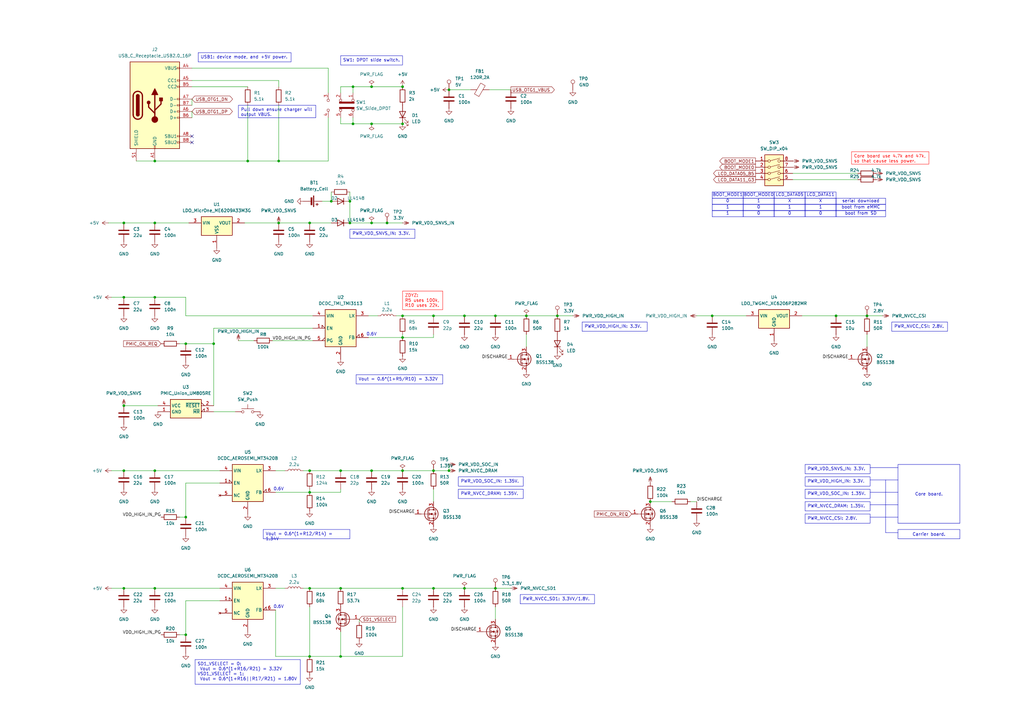
<source format=kicad_sch>
(kicad_sch (version 20231120) (generator "eeschema") (generator_version "8.0")
  (paper "A3")
  (title_block (title "i.MX6ULL Carrier - USB1-Power-Boot") (date "2024-06-14") (rev "0.9.2"))
  (lib_symbols
    (symbol "Connector:TestPoint" (pin_numbers hide) (pin_names (offset 0.762) hide)
      (property "Reference" "TP" (at 0 6.858 0))
      (property "Value" "TestPoint" (at 0 5.08 0))
      (symbol "TestPoint_1_1"
        (pin passive line (at 0 0 90) (length 2.54) (name "1") (number "1"))
      )
    )
    (symbol "Connector:USB_C_Receptacle_USB2.0_16P" (pin_names (offset 1.016))
      (property "Reference" "J" (at 0 22.225 0))
      (property "Value" "USB_C_Receptacle_USB2.0_16P" (at 0 19.685 0))
      (symbol "USB_C_Receptacle_USB2.0_16P_1_1"
        (pin passive line (at 0 -22.86 90) (length 5.08) (name "GND") (number "A1"))
        (pin passive line (at 0 -22.86 90) (length 5.08) hide (name "GND") (number "A12"))
        (pin passive line (at 15.24 15.24 180) (length 5.08) (name "VBUS") (number "A4"))
        (pin bidirectional line (at 15.24 10.16 180) (length 5.08) (name "CC1") (number "A5"))
        (pin bidirectional line (at 15.24 -2.54 180) (length 5.08) (name "D+") (number "A6"))
        (pin bidirectional line (at 15.24 2.54 180) (length 5.08) (name "D-") (number "A7"))
        (pin bidirectional line (at 15.24 -12.7 180) (length 5.08) (name "SBU1") (number "A8"))
        (pin passive line (at 15.24 15.24 180) (length 5.08) hide (name "VBUS") (number "A9"))
        (pin passive line (at 0 -22.86 90) (length 5.08) hide (name "GND") (number "B1"))
        (pin passive line (at 0 -22.86 90) (length 5.08) hide (name "GND") (number "B12"))
        (pin passive line (at 15.24 15.24 180) (length 5.08) hide (name "VBUS") (number "B4"))
        (pin bidirectional line (at 15.24 7.62 180) (length 5.08) (name "CC2") (number "B5"))
        (pin bidirectional line (at 15.24 -5.08 180) (length 5.08) (name "D+") (number "B6"))
        (pin bidirectional line (at 15.24 0 180) (length 5.08) (name "D-") (number "B7"))
        (pin bidirectional line (at 15.24 -15.24 180) (length 5.08) (name "SBU2") (number "B8"))
        (pin passive line (at 15.24 15.24 180) (length 5.08) hide (name "VBUS") (number "B9"))
        (pin passive line (at -7.62 -22.86 90) (length 5.08) (name "SHIELD") (number "S1"))
      )
    )
    (symbol "Device:Battery_Cell" (pin_numbers hide) (pin_names (offset 0) hide)
      (property "Reference" "BT" (at 2.54 2.54 0))
      (property "Value" "Battery_Cell" (at 2.54 0 0))
      (symbol "Battery_Cell_1_1"
        (pin passive line (at 0 5.08 270) (length 2.54) (name "+") (number "1"))
        (pin passive line (at 0 -2.54 90) (length 2.54) (name "-") (number "2"))
      )
    )
    (symbol "Device:C" (pin_numbers hide) (pin_names (offset 0.254))
      (property "Reference" "C" (at 0.635 2.54 0))
      (property "Value" "C" (at 0.635 -2.54 0))
      (symbol "C_1_1"
        (pin passive line (at 0 3.81 270) (length 2.794) (name "~") (number "1"))
        (pin passive line (at 0 -3.81 90) (length 2.794) (name "~") (number "2"))
      )
    )
    (symbol "Device:FerriteBead" (pin_numbers hide) (pin_names (offset 0))
      (property "Reference" "FB" (at -3.81 0.635 90))
      (property "Value" "FerriteBead" (at 3.81 0 90))
      (symbol "FerriteBead_1_1"
        (pin passive line (at 0 3.81 270) (length 2.54) (name "~") (number "1"))
        (pin passive line (at 0 -3.81 90) (length 2.54) (name "~") (number "2"))
      )
    )
    (symbol "Device:L" (pin_numbers hide) (pin_names (offset 1.016) hide)
      (property "Reference" "L" (at -1.27 0 90))
      (property "Value" "L" (at 1.905 0 90))
      (symbol "L_1_1"
        (pin passive line (at 0 3.81 270) (length 1.27) (name "1") (number "1"))
        (pin passive line (at 0 -3.81 90) (length 1.27) (name "2") (number "2"))
      )
    )
    (symbol "Device:LED" (pin_numbers hide) (pin_names (offset 1.016) hide)
      (property "Reference" "D" (at 0 2.54 0))
      (property "Value" "LED" (at 0 -2.54 0))
      (symbol "LED_1_1"
        (pin passive line (at -3.81 0 0) (length 2.54) (name "K") (number "1"))
        (pin passive line (at 3.81 0 180) (length 2.54) (name "A") (number "2"))
      )
    )
    (symbol "Device:R" (pin_numbers hide) (pin_names (offset 0))
      (property "Reference" "R" (at 2.032 0 90))
      (property "Value" "R" (at 0 0 90))
      (symbol "R_1_1"
        (pin passive line (at 0 3.81 270) (length 1.27) (name "~") (number "1"))
        (pin passive line (at 0 -3.81 90) (length 1.27) (name "~") (number "2"))
      )
    )
    (symbol "Diode:LL4148" (pin_numbers hide) (pin_names hide)
      (property "Reference" "D" (at 0 2.54 0))
      (property "Value" "LL4148" (at 0 -2.54 0))
      (symbol "LL4148_1_1"
        (pin passive line (at -3.81 0 0) (length 2.54) (name "K") (number "1"))
        (pin passive line (at 3.81 0 180) (length 2.54) (name "A") (number "2"))
      )
    )
    (symbol "PWR_NVCC_CSI_1" (power) (pin_numbers hide) (pin_names hide) (in_bom no) (on_board no)
      (property "Value" "PWR_NVCC_CSI" (at 0 0 0))
      (symbol "PWR_NVCC_CSI_1_1_1"
        (pin power_in line (at 0 0 0) (length 0) (name "") (number "1"))
      )
    )
    (symbol "PWR_NVCC_DRAM_1" (power) (pin_numbers hide) (pin_names hide) (in_bom no) (on_board no)
      (property "Value" "PWR_NVCC_DRAM" (at 0 0 0))
      (symbol "PWR_NVCC_DRAM_1_1_1"
        (pin power_in line (at 0 0 0) (length 0) (name "") (number "1"))
      )
    )
    (symbol "PWR_VDD_HIGH_IN_1" (power) (pin_numbers hide) (pin_names hide) (in_bom no) (on_board no)
      (property "Value" "PWR_VDD_HIGH_IN" (at 0 0 0))
      (symbol "PWR_VDD_HIGH_IN_1_1_1"
        (pin power_in line (at 0 0 0) (length 0) (name "") (number "1"))
      )
    )
    (symbol "PWR_VDD_SNVS_IN_1" (power) (pin_numbers hide) (pin_names hide) (in_bom no) (on_board no)
      (property "Value" "PWR_VDD_SNVS_IN" (at 0 0 0))
      (symbol "PWR_VDD_SNVS_IN_1_1_1"
        (pin power_in line (at 0 0 0) (length 0) (name "") (number "1"))
      )
    )
    (symbol "PWR_VDD_SOC_IN_1" (power) (pin_numbers hide) (pin_names hide) (in_bom no) (on_board no)
      (property "Value" "PWR_VDD_SOC_IN" (at 0 0 0))
      (symbol "PWR_VDD_SOC_IN_1_1_1"
        (pin power_in line (at 0 0 0) (length 0) (name "") (number "1"))
      )
    )
    (symbol "Switch:SW_DIP_x04" (pin_names (offset 0) hide)
      (property "Reference" "SW" (at 0 8.89 0))
      (property "Value" "SW_DIP_x04" (at 0 -6.35 0))
      (symbol "SW_DIP_x04_1_1"
        (pin passive line (at -7.62 5.08 0) (length 5.08) (name "~") (number "1"))
        (pin passive line (at -7.62 2.54 0) (length 5.08) (name "~") (number "2"))
        (pin passive line (at -7.62 0 0) (length 5.08) (name "~") (number "3"))
        (pin passive line (at -7.62 -2.54 0) (length 5.08) (name "~") (number "4"))
        (pin passive line (at 7.62 -2.54 180) (length 5.08) (name "~") (number "5"))
        (pin passive line (at 7.62 0 180) (length 5.08) (name "~") (number "6"))
        (pin passive line (at 7.62 2.54 180) (length 5.08) (name "~") (number "7"))
        (pin passive line (at 7.62 5.08 180) (length 5.08) (name "~") (number "8"))
      )
    )
    (symbol "Switch:SW_Push" (pin_numbers hide) (pin_names (offset 1.016) hide)
      (property "Reference" "SW" (at 1.27 2.54 0))
      (property "Value" "SW_Push" (at 0 -1.524 0))
      (symbol "SW_Push_0_1"
        (pin passive line (at -5.08 0 0) (length 2.54) (name "1") (number "1"))
        (pin passive line (at 5.08 0 180) (length 2.54) (name "2") (number "2"))
      )
    )
    (symbol "Switch:SW_Slide_DPDT" (pin_names (offset 0) hide)
      (property "Reference" "SW" (at 0 6.858 0))
      (property "Value" "SW_Slide_DPDT" (at 0 -8.128 0))
      (symbol "SW_Slide_DPDT_1_1"
        (pin passive line (at -5.08 5.08 0) (length 2.54) (name "A") (number "1"))
        (pin passive line (at -5.08 0 0) (length 2.54) (name "B") (number "2"))
        (pin passive line (at -5.08 -5.08 0) (length 2.54) (name "C") (number "3"))
        (pin passive line (at 5.08 -5.08 180) (length 2.54) (name "A") (number "4"))
        (pin passive line (at 5.08 0 180) (length 2.54) (name "B") (number "5"))
        (pin passive line (at 5.08 5.08 180) (length 2.54) (name "C") (number "6"))
      )
    )
    (symbol "Transistor_FET:BSS138" (pin_names hide)
      (property "Reference" "Q" (at 5.08 1.905 0))
      (property "Value" "BSS138" (at 5.08 0 0))
      (symbol "BSS138_1_1"
        (pin input line (at -5.08 0 0) (length 2.54) (name "G") (number "1"))
        (pin passive line (at 2.54 -5.08 90) (length 2.54) (name "S") (number "2"))
        (pin passive line (at 2.54 5.08 270) (length 2.54) (name "D") (number "3"))
      )
    )
    (symbol "i.MX6ULL Carrier:DCDC_AEROSEMI_MT3420B"
      (property "Reference" "U" (at 0 0 0))
      (property "Value" "DCDC_AEROSEMI_MT3420B" (at 0 11.43 0))
      (symbol "DCDC_AEROSEMI_MT3420B_1_0"
        (text_box private "MT3420B is a 1.5MHz constant frequency, current mode step-down converter. It can supply up to 2A output load current from a 2.3V to 6V input voltage. MT3420B offers two operation modes, PWM control and PFM." (at -25.4 24.13 0) (size 50.8 -11.43) (effects (font (size 1.27 1.27)) (justify left top)))
      )
      (symbol "DCDC_AEROSEMI_MT3420B_1_1"
        (text private "EN:\n	Chip Enable Pin.\n	> 1.5V to turn on the chip. Do not leave EN floating." (at 25.4 -3.81 0) (effects (font (size 1.27 1.27)) (justify left)))
        (pin input input_low (at -11.43 0 0) (length 5.08) (name "EN") (number "1"))
        (pin power_in line (at 0 -12.7 90) (length 5.08) (name "GND") (number "2"))
        (pin power_out line (at 11.43 5.08 180) (length 5.08) (name "LX") (number "3"))
        (pin power_in line (at -11.43 5.08 0) (length 5.08) (name "VIN") (number "4"))
        (pin no_connect line (at -11.43 -5.08 0) (length 5.08) (name "NC") (number "5"))
        (pin input input_low (at 11.43 -3.81 180) (length 5.08) (name "FB") (number "6"))
      )
    )
    (symbol "i.MX6ULL Carrier:DCDC_TMI_TMI3113"
      (property "Reference" "U" (at 0 0 0))
      (property "Value" "DCDC_TMI_TMI3113" (at 0 11.43 0))
      (symbol "DCDC_TMI_TMI3113_1_0"
        (text_box private "TMI3113 is a 1.0MHz constant frequency, current mode step-down converter. It can supply up to 2.5A output load current from a 2.7V to 5.5V input voltage. TMI3113 offers two operation modes, PWM control and PFM." (at -25.4 24.13 0) (size 50.8 -11.43) (effects (font (size 1.27 1.27)) (justify left top)))
      )
      (symbol "DCDC_TMI_TMI3113_1_1"
        (text private "EN:\n	Chip Enable Pin.\n	> 1.5V to turn on the chip. Do not leave EN floating.\nPG:\n	Power Good Indicator Pin.\n	Low if output voltage < 90% of the regulation voltage,\n	high otherwise." (at 25.4 -8.89 0) (effects (font (size 1.27 1.27)) (justify left)))
        (pin input input_low (at -11.43 0 0) (length 5.08) (name "EN") (number "1"))
        (pin power_in line (at 0 -12.7 90) (length 5.08) (name "GND") (number "2"))
        (pin power_out line (at 11.43 5.08 180) (length 5.08) (name "LX") (number "3"))
        (pin power_in line (at -11.43 5.08 0) (length 5.08) (name "VIN") (number "4"))
        (pin output output_low (at -11.43 -5.08 0) (length 5.08) (name "PG") (number "5"))
        (pin input input_low (at 11.43 -3.81 180) (length 5.08) (name "FB") (number "6"))
      )
    )
    (symbol "i.MX6ULL Carrier:LDO_MicrOne_ME6209A33M3G"
      (property "Reference" "U" (at 0 0 0))
      (property "Value" "LDO_MicrOne_ME6209A33M3G" (at 0 7.62 0))
      (symbol "LDO_MicrOne_ME6209A33M3G_0_0"
        (text_box private "ME6209 is a low power consumption LDO.\n\n33: Output voltage 3.3V.\nM3: SOT23-3 package.\nG: Lead free." (at -25.4 20.32 0) (size 50.8 -11.43) (effects (font (size 1.27 1.27)) (justify left top)))
      )
      (symbol "LDO_MicrOne_ME6209A33M3G_1_1"
        (pin power_in line (at 0 -8.89 90) (length 5.08) (name "VSS") (number "1"))
        (pin power_out line (at 11.43 1.27 180) (length 5.08) (name "VOUT") (number "2"))
        (pin power_in line (at -11.43 1.27 0) (length 5.08) (name "VIN") (number "3"))
      )
    )
    (symbol "i.MX6ULL Carrier:LDO_TWGMC_XC6206P282MR"
      (property "Reference" "U" (at 0 0 0))
      (property "Value" "LDO_TWGMC_XC6206P282MR" (at 0 7.62 0))
      (symbol "LDO_TWGMC_XC6206P282MR_1_0"
        (text_box private "XC6206P is a low power consumption LDO.\n\n28: Output voltage 2.8V.\n2: Output accuracy 2%.\nMR: SOT23 package." (at -25.4 20.32 0) (size 50.8 -11.43) (effects (font (size 1.27 1.27)) (justify left top)))
      )
      (symbol "LDO_TWGMC_XC6206P282MR_1_1"
        (pin power_in line (at 0 -8.89 90) (length 5.08) (name "GND") (number "1"))
        (pin power_out line (at 11.43 1.27 180) (length 5.08) (name "VOUT") (number "2"))
        (pin power_in line (at -11.43 1.27 0) (length 5.08) (name "VIN") (number "3"))
      )
    )
    (symbol "i.MX6ULL Carrier:PMIC_Union_UM805RE"
      (property "Reference" "U" (at 0 0 0))
      (property "Value" "PMIC_Union_UM805RE" (at 0 7.62 0))
      (symbol "PMIC_Union_UM805RE_0_0"
        (text_box private "UM805RE asserts a reset signal whenever the VCC supply voltage falls below a preset threshold, keeping it asserted for at least 140ms after VCC has risen above the reset threshold.\n\n05: Open-drain active low reset pin.\nR: Reset threshold 2.63V.\nE: SOT143." (at -25.4 26.67 0) (size 50.8 -17.78) (effects (font (size 1.27 1.27)) (justify left top)))
      )
      (symbol "PMIC_Union_UM805RE_1_1"
        (text private "~{RESET}:\n	Active-Low Reset Output.\n	~{RESET} remains low while VCC is below the reset threshold\n	or while ~{MR} is held low.\n	Suggest 100k external pull-up.\n~{MR}:\n	Manual Reset Input.\n	A logic low on ~{MR} asserts reset. Reset remains asserted\n	as long as ~{MR} is low and for 240ms after ~{MR} returns\n	high. ~{MR} has an internal 20k pull-up resistor. It can be\n	driven from a TTL or CMOS-logic line, or shorted to ground.\n	Leave open if unused." (at 25.4 -10.16 0) (effects (font (size 1.27 1.27)) (justify left)))
        (pin power_in line (at -11.43 -1.27 0) (length 5.08) (name "GND") (number "1"))
        (pin output output_low (at 11.43 1.27 180) (length 5.08) (name "~{RESET}") (number "2"))
        (pin input input_low (at 11.43 -1.27 180) (length 5.08) (name "~{MR}") (number "3"))
        (pin power_in line (at -11.43 1.27 0) (length 5.08) (name "VCC") (number "4"))
      )
    )
    (symbol "i.MX6ULL Carrier:PWR_NVCC_SD1" (power) (pin_numbers hide) (pin_names hide) (in_bom no) (on_board no)
      (property "Value" "PWR_NVCC_SD1" (at 0 0 0))
      (symbol "PWR_NVCC_SD1_1_1"
        (pin power_in line (at 0 0 0) (length 0) (name "") (number "1"))
      )
    )
    (symbol "i.MX6ULL Carrier:PWR_VDD_SNVS" (power) (pin_numbers hide) (pin_names hide) (in_bom no) (on_board no)
      (property "Value" "PWR_VDD_SNVS" (at 0 0 0))
      (symbol "PWR_VDD_SNVS_1_1"
        (pin power_in line (at 0 0 0) (length 0) (name "") (number "1"))
      )
    )
    (symbol "power:+5V" (power) (pin_numbers hide) (pin_names (offset 0) hide)
      (property "Value" "+5V" (at 0 3.556 0))
      (symbol "+5V_1_1"
        (pin power_in line (at 0 0 90) (length 0) (name "~") (number "1"))
      )
    )
    (symbol "power:GND" (power) (pin_numbers hide) (pin_names (offset 0) hide)
      (property "Value" "GND" (at 0 -3.81 0))
      (symbol "GND_1_1"
        (pin power_in line (at 0 0 270) (length 0) (name "~") (number "1"))
      )
    )
    (symbol "power:PWR_FLAG" (power) (pin_numbers hide) (pin_names (offset 0) hide)
      (property "Value" "PWR_FLAG" (at 0 3.81 0))
      (symbol "PWR_FLAG_0_0"
        (pin power_out line (at 0 0 90) (length 0) (name "~") (number "1"))
      )
    )
  )
  (junction (at 50.8 193.04))
  (junction (at 63.5 241.3))
  (junction (at 135.89 82.55))
  (junction (at 127 241.3))
  (junction (at 143.51 91.44))
  (junction (at 158.75 91.44))
  (junction (at 228.6 129.54))
  (junction (at 127 201.93))
  (junction (at 139.7 269.24))
  (junction (at 177.8 241.3))
  (junction (at 114.3 91.44))
  (junction (at 63.5 121.92))
  (junction (at 184.15 36.83))
  (junction (at 127 91.44))
  (junction (at 165.1 193.04))
  (junction (at 63.5 193.04))
  (junction (at 165.1 138.43))
  (junction (at 165.1 35.56))
  (junction (at 127 269.24))
  (junction (at 101.6 66.04))
  (junction (at 63.5 91.44))
  (junction (at 152.4 50.8))
  (junction (at 50.8 121.92))
  (junction (at 144.78 50.8))
  (junction (at 355.6 129.54))
  (junction (at 177.8 129.54))
  (junction (at 114.3 66.04))
  (junction (at 76.2 140.97))
  (junction (at 184.15 193.04))
  (junction (at 152.4 193.04))
  (junction (at 152.4 35.56))
  (junction (at 143.51 82.55))
  (junction (at 76.2 260.35))
  (junction (at 177.8 193.04))
  (junction (at 76.2 212.09))
  (junction (at 342.9 129.54))
  (junction (at 266.7 205.74))
  (junction (at 63.5 66.04))
  (junction (at 190.5 241.3))
  (junction (at 165.1 129.54))
  (junction (at 50.8 166.37))
  (junction (at 127 193.04))
  (junction (at 152.4 91.44))
  (junction (at 203.2 129.54))
  (junction (at 203.2 241.3))
  (junction (at 50.8 91.44))
  (junction (at 87.63 140.97))
  (junction (at 139.7 241.3))
  (junction (at 50.8 241.3))
  (junction (at 215.9 129.54))
  (junction (at 144.78 35.56))
  (junction (at 292.1 129.54))
  (junction (at 165.1 50.8))
  (junction (at 190.5 129.54))
  (junction (at 139.7 193.04))
  (junction (at 165.1 241.3))
  (no_connect (at 78.74 58.42))
  (no_connect (at 78.74 55.88))
  (wire (pts (xy 215.9 137.16) (xy 215.9 142.24)))
  (wire (pts (xy 76.2 129.54) (xy 128.27 129.54)))
  (wire (pts (xy 328.93 129.54) (xy 342.9 129.54)))
  (wire (pts (xy 144.78 35.56) (xy 144.78 38.1)))
  (wire (pts (xy 139.7 241.3) (xy 165.1 241.3)))
  (wire (pts (xy 76.2 121.92) (xy 76.2 129.54)))
  (wire (pts (xy 355.6 129.54) (xy 361.95 129.54)))
  (wire (pts (xy 114.3 91.44) (xy 127 91.44)))
  (wire (pts (xy 78.74 33.02) (xy 114.3 33.02)))
  (wire (pts (xy 143.51 78.74) (xy 143.51 82.55)))
  (wire (pts (xy 203.2 248.92) (xy 203.2 254)))
  (wire (pts (xy 113.03 201.93) (xy 127 201.93)))
  (wire (pts (xy 266.7 205.74) (xy 275.59 205.74)))
  (wire (pts (xy 162.56 129.54) (xy 165.1 129.54)))
  (wire (pts (xy 285.75 129.54) (xy 292.1 129.54)))
  (wire (pts (xy 139.7 201.93) (xy 127 201.93)))
  (wire (pts (xy 152.4 50.8) (xy 165.1 50.8)))
  (wire (pts (xy 228.6 129.54) (xy 234.95 129.54)))
  (wire (pts (xy 165.1 129.54) (xy 177.8 129.54)))
  (wire (pts (xy 45.72 193.04) (xy 50.8 193.04)))
  (wire (pts (xy 139.7 269.24) (xy 165.1 269.24)))
  (wire (pts (xy 165.1 91.44) (xy 158.75 91.44)))
  (wire (pts (xy 127 193.04) (xy 139.7 193.04)))
  (wire (pts (xy 177.8 241.3) (xy 190.5 241.3)))
  (wire (pts (xy 90.17 198.12) (xy 76.2 198.12)))
  (wire (pts (xy 203.2 241.3) (xy 209.55 241.3)))
  (wire (pts (xy 151.13 129.54) (xy 154.94 129.54)))
  (wire (pts (xy 139.7 50.8) (xy 144.78 50.8)))
  (wire (pts (xy 113.03 269.24) (xy 113.03 250.19)))
  (wire (pts (xy 139.7 35.56) (xy 144.78 35.56)))
  (wire (pts (xy 325.12 73.66) (xy 351.79 73.66)))
  (wire (pts (xy 158.75 91.44) (xy 152.4 91.44)))
  (wire (pts (xy 87.63 168.91) (xy 96.52 168.91)))
  (wire (pts (xy 55.88 66.04) (xy 63.5 66.04)))
  (wire (pts (xy 127 200.66) (xy 127 201.93)))
  (wire (pts (xy 152.4 35.56) (xy 165.1 35.56)))
  (wire (pts (xy 139.7 38.1) (xy 139.7 35.56)))
  (wire (pts (xy 135.89 78.74) (xy 135.89 82.55)))
  (polyline (pts (xy 356.87 196.85) (xy 368.3 196.85)))
  (wire (pts (xy 113.03 269.24) (xy 127 269.24)))
  (wire (pts (xy 132.08 82.55) (xy 135.89 82.55)))
  (wire (pts (xy 177.8 138.43) (xy 165.1 138.43)))
  (wire (pts (xy 76.2 198.12) (xy 76.2 212.09)))
  (wire (pts (xy 325.12 71.12) (xy 351.79 71.12)))
  (wire (pts (xy 87.63 134.62) (xy 128.27 134.62)))
  (wire (pts (xy 101.6 66.04) (xy 114.3 66.04)))
  (wire (pts (xy 177.8 137.16) (xy 177.8 138.43)))
  (wire (pts (xy 165.1 241.3) (xy 177.8 241.3)))
  (wire (pts (xy 165.1 137.16) (xy 165.1 138.43)))
  (wire (pts (xy 144.78 50.8) (xy 152.4 50.8)))
  (wire (pts (xy 144.78 48.26) (xy 144.78 50.8)))
  (wire (pts (xy 63.5 193.04) (xy 90.17 193.04)))
  (wire (pts (xy 190.5 241.3) (xy 203.2 241.3)))
  (wire (pts (xy 177.8 193.04) (xy 184.15 193.04)))
  (wire (pts (xy 292.1 129.54) (xy 306.07 129.54)))
  (polyline (pts (xy 356.87 191.77) (xy 368.3 191.77)))
  (wire (pts (xy 76.2 246.38) (xy 76.2 260.35)))
  (wire (pts (xy 355.6 137.16) (xy 355.6 142.24)))
  (wire (pts (xy 184.15 190.5) (xy 184.15 193.04)))
  (wire (pts (xy 139.7 48.26) (xy 139.7 50.8)))
  (wire (pts (xy 127 248.92) (xy 127 269.24)))
  (wire (pts (xy 200.66 36.83) (xy 209.55 36.83)))
  (wire (pts (xy 165.1 193.04) (xy 177.8 193.04)))
  (wire (pts (xy 76.2 140.97) (xy 87.63 140.97)))
  (wire (pts (xy 45.72 121.92) (xy 50.8 121.92)))
  (wire (pts (xy 50.8 166.37) (xy 64.77 166.37)))
  (wire (pts (xy 124.46 241.3) (xy 127 241.3)))
  (wire (pts (xy 100.33 91.44) (xy 114.3 91.44)))
  (wire (pts (xy 177.8 129.54) (xy 190.5 129.54)))
  (wire (pts (xy 50.8 193.04) (xy 63.5 193.04)))
  (wire (pts (xy 78.74 45.72) (xy 78.74 48.26)))
  (wire (pts (xy 73.66 212.09) (xy 76.2 212.09)))
  (wire (pts (xy 63.5 121.92) (xy 76.2 121.92)))
  (wire (pts (xy 342.9 129.54) (xy 355.6 129.54)))
  (wire (pts (xy 63.5 91.44) (xy 77.47 91.44)))
  (wire (pts (xy 63.5 241.3) (xy 90.17 241.3)))
  (wire (pts (xy 139.7 193.04) (xy 152.4 193.04)))
  (wire (pts (xy 151.13 138.43) (xy 165.1 138.43)))
  (wire (pts (xy 113.03 193.04) (xy 116.84 193.04)))
  (wire (pts (xy 165.1 248.92) (xy 165.1 269.24)))
  (wire (pts (xy 144.78 35.56) (xy 152.4 35.56)))
  (wire (pts (xy 114.3 43.18) (xy 114.3 66.04)))
  (wire (pts (xy 50.8 121.92) (xy 63.5 121.92)))
  (wire (pts (xy 215.9 129.54) (xy 228.6 129.54)))
  (wire (pts (xy 78.74 40.64) (xy 78.74 43.18)))
  (wire (pts (xy 78.74 27.94) (xy 134.62 27.94)))
  (wire (pts (xy 143.51 91.44) (xy 152.4 91.44)))
  (wire (pts (xy 184.15 36.83) (xy 193.04 36.83)))
  (wire (pts (xy 114.3 33.02) (xy 114.3 35.56)))
  (polyline (pts (xy 356.87 201.93) (xy 368.3 201.93)))
  (wire (pts (xy 78.74 35.56) (xy 101.6 35.56)))
  (wire (pts (xy 139.7 269.24) (xy 139.7 259.08)))
  (wire (pts (xy 113.03 241.3) (xy 116.84 241.3)))
  (wire (pts (xy 45.72 241.3) (xy 50.8 241.3)))
  (wire (pts (xy 101.6 43.18) (xy 101.6 66.04)))
  (polyline (pts (xy 356.87 207.01) (xy 368.3 207.01)))
  (wire (pts (xy 111.76 139.7) (xy 128.27 139.7)))
  (wire (pts (xy 127 241.3) (xy 139.7 241.3)))
  (wire (pts (xy 177.8 200.66) (xy 177.8 205.74)))
  (wire (pts (xy 143.51 82.55) (xy 143.51 91.44)))
  (wire (pts (xy 203.2 129.54) (xy 215.9 129.54)))
  (wire (pts (xy 124.46 193.04) (xy 127 193.04)))
  (wire (pts (xy 97.79 139.7) (xy 104.14 139.7)))
  (wire (pts (xy 90.17 246.38) (xy 76.2 246.38)))
  (wire (pts (xy 283.21 205.74) (xy 285.75 205.74)))
  (wire (pts (xy 87.63 140.97) (xy 87.63 166.37)))
  (polyline (pts (xy 363.22 218.44) (xy 368.3 218.44)))
  (wire (pts (xy 152.4 193.04) (xy 165.1 193.04)))
  (wire (pts (xy 134.62 27.94) (xy 134.62 38.1)))
  (wire (pts (xy 73.66 260.35) (xy 76.2 260.35)))
  (wire (pts (xy 127 269.24) (xy 139.7 269.24)))
  (wire (pts (xy 87.63 140.97) (xy 87.63 134.62)))
  (polyline (pts (xy 363.22 196.85) (xy 363.22 218.44)))
  (wire (pts (xy 134.62 66.04) (xy 134.62 48.26)))
  (wire (pts (xy 44.45 91.44) (xy 50.8 91.44)))
  (wire (pts (xy 114.3 66.04) (xy 134.62 66.04)))
  (wire (pts (xy 190.5 129.54) (xy 203.2 129.54)))
  (polyline (pts (xy 356.87 212.09) (xy 368.3 212.09)))
  (wire (pts (xy 127 91.44) (xy 135.89 91.44)))
  (wire (pts (xy 63.5 66.04) (xy 101.6 66.04)))
  (wire (pts (xy 147.32 254) (xy 147.32 255.27)))
  (wire (pts (xy 139.7 200.66) (xy 139.7 201.93)))
  (wire (pts (xy 50.8 91.44) (xy 63.5 91.44)))
  (wire (pts (xy 50.8 241.3) (xy 63.5 241.3)))
  (wire (pts (xy 73.66 140.97) (xy 76.2 140.97)))
  (rectangle (start 317.5 86.36) (end 330.2 88.9))
  (rectangle (start 317.5 78.74) (end 330.2 81.28))
  (rectangle (start 304.8 86.36) (end 317.5 88.9))
  (rectangle (start 317.5 83.82) (end 330.2 86.36))
  (rectangle (start 292.1 78.74) (end 304.8 81.28))
  (rectangle (start 304.8 83.82) (end 317.5 86.36))
  (rectangle (start 342.9 86.36) (end 363.22 88.9))
  (rectangle (start 330.2 86.36) (end 342.9 88.9))
  (rectangle (start 292.1 83.82) (end 304.8 86.36))
  (rectangle (start 330.2 78.74) (end 342.9 81.28))
  (rectangle (start 292.1 81.28) (end 304.8 83.82))
  (rectangle (start 342.9 81.28) (end 363.22 83.82))
  (rectangle (start 330.2 83.82) (end 342.9 86.36))
  (rectangle (start 330.2 81.28) (end 342.9 83.82))
  (rectangle (start 304.8 81.28) (end 317.5 83.82))
  (rectangle (start 292.1 86.36) (end 304.8 88.9))
  (rectangle (start 342.9 83.82) (end 363.22 86.36))
  (rectangle (start 304.8 78.74) (end 317.5 81.28))
  (rectangle (start 317.5 81.28) (end 330.2 83.82))
  (text_box "Pull down ensure charger will output VBUS." (at 97.79 43.18 0) (size 31.75 5.08) (effects (font (size 1.27 1.27)) (justify left top)))
  (text_box "ZDYZ:\nR5 uses 100k,\nR10 uses 22k." (at 165.1 119.38 0) (size 16.51 7.62) (stroke (width 0) (color 255 0 0 1)) (effects (font (size 1.27 1.27)) (justify left top)))
  (text_box "SD1_VSELECT = 0:\n Vout = 0.6*(1+R16/R21) = 3.32V\nVSD1_VSELECT = 1:\n Vout = 0.6*(1+R16||R17/R21) = 1.80V" (at 80.01 270.51 0) (size 43.18 10.16) (effects (font (size 1.27 1.27)) (justify left top)))
  (text_box "PWR_VDD_SOC_IN: 1.35V." (at 330.2 200.66 0) (size 26.67 3.81) (effects (font (size 1.27 1.27)) (justify left top)))
  (text_box "PWR_VDD_SOC_IN: 1.35V." (at 187.96 195.58 0) (size 26.67 3.81) (effects (font (size 1.27 1.27)) (justify left top)))
  (text_box "PWR_VDD_SNVS_IN: 3.3V." (at 143.51 93.98 0) (size 26.67 3.81) (effects (font (size 1.27 1.27)) (justify left top)))
  (text_box "Core board use 4.7k and 47k, so that cause less power." (at 349.25 62.23 0) (size 31.75 5.08) (stroke (width 0) (color 255 0 0 1)) (effects (font (size 1.27 1.27)) (justify left top)))
  (text_box "PWR_NVCC_DRAM: 1.35V." (at 330.2 205.74 0) (size 26.67 3.81) (effects (font (size 1.27 1.27)) (justify left top)))
  (text_box "PWR_NVCC_CSI: 2.8V." (at 365.76 132.08 0) (size 22.86 3.81) (effects (font (size 1.27 1.27)) (justify left top)))
  (text_box "PWR_VDD_HIGH_IN: 3.3V." (at 238.76 132.08 0) (size 26.67 3.81) (effects (font (size 1.27 1.27)) (justify left top)))
  (text_box "Carrier board." (at 368.3 217.17 0) (size 25.4 3.81) (effects (font (size 1.27 1.27))))
  (text_box "SW1: DPDT slide switch." (at 139.7 22.86 0) (size 25.4 3.81) (effects (font (size 1.27 1.27)) (justify left top)))
  (text_box "PWR_VDD_HIGH_IN: 3.3V." (at 330.2 195.58 0) (size 26.67 3.81) (effects (font (size 1.27 1.27)) (justify left top)))
  (text_box "Vout = 0.6*(1+R5/R10) = 3.32V" (at 146.05 153.67 0) (size 35.56 3.81) (effects (font (size 1.27 1.27)) (justify left top)))
  (text_box "Vout = 0.6*(1+R12/R14) = 1.34V" (at 107.95 217.17 0) (size 35.56 3.81) (effects (font (size 1.27 1.27)) (justify left top)))
  (text_box "USB1: device mode, and +5V power." (at 81.28 21.59 0) (size 38.1 3.81) (effects (font (size 1.27 1.27)) (justify left top)))
  (text_box "PWR_NVCC_CSI: 2.8V." (at 330.2 210.82 0) (size 26.67 3.81) (effects (font (size 1.27 1.27)) (justify left top)))
  (text_box "PWR_VDD_SNVS_IN: 3.3V." (at 330.2 190.5 0) (size 26.67 3.81) (effects (font (size 1.27 1.27)) (justify left top)))
  (text_box "PWR_NVCC_DRAM: 1.35V." (at 187.96 200.66 0) (size 26.67 3.81) (effects (font (size 1.27 1.27)) (justify left top)))
  (text_box "PWR_NVCC_SD1: 3.3VV/1.8V." (at 213.36 243.84 0) (size 30.48 3.81) (effects (font (size 1.27 1.27)) (justify left top)))
  (text_box "Core board." (at 368.3 190.5 0) (size 25.4 24.13) (effects (font (size 1.27 1.27))))
  (text "1" (at 323.85 85.09 0) (effects (font (size 1.27 1.27))))
  (text "0" (at 298.45 82.55 0) (effects (font (size 1.27 1.27))))
  (text "0" (at 323.85 87.63 0) (effects (font (size 1.27 1.27))))
  (text "BOOT_MODE1" (at 298.45 80.01 0) (effects (font (size 1.27 1.27))))
  (text "1" (at 298.45 87.63 0) (effects (font (size 1.27 1.27))))
  (text "LCD_DATA11" (at 336.55 80.01 0) (effects (font (size 1.27 1.27))))
  (text "X" (at 336.55 82.55 0) (effects (font (size 1.27 1.27))))
  (text "1" (at 311.15 82.55 0) (effects (font (size 1.27 1.27))))
  (text "serial download" (at 353.06 82.55 0) (effects (font (size 1.27 1.27))))
  (text "0.6V" (at 152.4 137.16 0) (effects (font (size 1.27 1.27))))
  (text "0" (at 311.15 87.63 0) (effects (font (size 1.27 1.27))))
  (text "boot from SD" (at 353.06 87.63 0) (effects (font (size 1.27 1.27))))
  (text "0" (at 336.55 87.63 0) (effects (font (size 1.27 1.27))))
  (text "0.6V" (at 114.3 248.92 0) (effects (font (size 1.27 1.27))))
  (text "0" (at 311.15 85.09 0) (effects (font (size 1.27 1.27))))
  (text "boot from eMMC" (at 353.06 85.09 0) (effects (font (size 1.27 1.27))))
  (text "1" (at 298.45 85.09 0) (effects (font (size 1.27 1.27))))
  (text "0.6V" (at 114.3 200.66 0) (effects (font (size 1.27 1.27))))
  (text "BOOT_MODE0" (at 311.15 80.01 0) (effects (font (size 1.27 1.27))))
  (text "1" (at 336.55 85.09 0) (effects (font (size 1.27 1.27))))
  (text "X" (at 323.85 82.55 0) (effects (font (size 1.27 1.27))))
  (text "LCD_DATA05" (at 323.85 80.01 0) (effects (font (size 1.27 1.27))))
  (label "DISCHARGE" (at 208.28 147.32 180))
  (label "DISCHARGE" (at 170.18 210.82 180))
  (label "DISCHARGE" (at 195.58 259.08 180))
  (label "VDD_HIGH_IN_PG" (at 111.76 139.7 0))
  (label "VDD_HIGH_IN_PG" (at 66.04 260.35 180))
  (label "VDD_HIGH_IN_PG" (at 66.04 212.09 180))
  (label "DISCHARGE" (at 347.98 147.32 180))
  (label "DISCHARGE" (at 285.75 205.74 0))
  (global_label "BOOT_MODE1" (shape output) (at 309.88 66.04 180) (property "Intersheetrefs" "${INTERSHEET_REFS}" (effects (hide yes))))
  (global_label "USB_OTG1_DP" (shape bidirectional) (at 78.74 45.72 0) (property "Intersheetrefs" "${INTERSHEET_REFS}" (effects (hide yes))))
  (global_label "LCD_DATA11_G3" (shape output) (at 309.88 73.66 180) (property "Intersheetrefs" "${INTERSHEET_REFS}" (effects (hide yes))))
  (global_label "LCD_DATA05_B5" (shape output) (at 309.88 71.12 180) (property "Intersheetrefs" "${INTERSHEET_REFS}" (effects (hide yes))))
  (global_label "PMIC_ON_REQ" (shape input) (at 66.04 140.97 180) (property "Intersheetrefs" "${INTERSHEET_REFS}" (effects (hide yes))))
  (global_label "SD1_VSELECT" (shape input) (at 147.32 254 0) (property "Intersheetrefs" "${INTERSHEET_REFS}" (effects (hide yes))))
  (global_label "USB_OTG1_VBUS" (shape output) (at 209.55 36.83 0) (property "Intersheetrefs" "${INTERSHEET_REFS}" (effects (hide yes))))
  (global_label "BOOT_MODE0" (shape output) (at 309.88 68.58 180) (property "Intersheetrefs" "${INTERSHEET_REFS}" (effects (hide yes))))
  (global_label "USB_OTG1_DN" (shape bidirectional) (at 78.74 40.64 0) (property "Intersheetrefs" "${INTERSHEET_REFS}" (effects (hide yes))))
  (global_label "PMIC_ON_REQ" (shape input) (at 259.08 210.82 180) (property "Intersheetrefs" "${INTERSHEET_REFS}" (effects (hide yes))))
  (symbol (lib_id "power:+5V") (at 45.72 193.04 90) (unit 1)
    (property "Reference" "#PWR0143" (effects (hide yes)))
    (property "Value" "+5V" (at 41.91 193.0399 90) (effects (justify left)))
    (property "Description" "Power symbol creates a global label with name \"+5V\"" (effects (hide yes)))
  )
  (symbol (lib_id "power:PWR_FLAG") (at 215.9 129.54 0) (unit 1)
    (property "Reference" "#FLG01" (effects (hide yes)))
    (property "Value" "PWR_FLAG" (at 215.9 124.46 0))
    (property "Description" "Special symbol for telling ERC where power comes from" (effects (hide yes)))
  )
  (symbol (lib_id "power:GND") (at 50.8 200.66 0) (unit 1)
    (property "Reference" "#PWR0142" (effects (hide yes)))
    (property "Value" "GND" (at 50.8 205.74 0))
    (property "Description" "Power symbol creates a global label with name \"GND\" , ground" (effects (hide yes)))
  )
  (symbol (lib_id "power:GND") (at 76.2 148.59 0) (unit 1)
    (property "Reference" "#PWR0115" (effects (hide yes)))
    (property "Value" "GND" (at 76.2 153.67 0))
    (property "Description" "Power symbol creates a global label with name \"GND\" , ground" (effects (hide yes)))
  )
  (symbol (lib_id "power:GND") (at 64.77 168.91 0) (unit 1)
    (property "Reference" "#PWR0117" (effects (hide yes)))
    (property "Value" "GND" (at 64.77 173.99 0))
    (property "Description" "Power symbol creates a global label with name \"GND\" , ground" (effects (hide yes)))
  )
  (symbol (lib_id "Device:R") (at 107.95 139.7 90) (unit 1)
    (property "Reference" "R8" (at 107.95 137.16 90))
    (property "Value" "100k" (at 107.95 142.24 90))
    (property "Footprint" "Resistor_SMD:R_0603_1608Metric" (effects (hide yes)))
    (property "Description" "Resistor" (effects (hide yes)))
  )
  (symbol (lib_id "i.MX6ULL Carrier:PWR_VDD_SNVS") (at 266.7 198.12 0) (unit 1) (in_bom no) (on_board no)
    (property "Reference" "#PWR_VDD_SNVS0107" (effects (hide yes)))
    (property "Value" "PWR_VDD_SNVS" (at 266.7 193.04 0))
  )
  (symbol (lib_name "PWR_VDD_HIGH_IN_1") (lib_id "i.MX6ULL Carrier:PWR_VDD_HIGH_IN") (at 97.79 139.7 0) (unit 1) (in_bom no) (on_board no)
    (property "Reference" "#PWR_VDD_HIGH_IN0102" (effects (hide yes)))
    (property "Value" "PWR_VDD_HIGH_IN" (at 97.79 135.89 0))
  )
  (symbol (lib_id "power:+5V") (at 45.72 121.92 90) (unit 1)
    (property "Reference" "#PWR0130" (effects (hide yes)))
    (property "Value" "+5V" (at 41.91 121.9199 90) (effects (justify left)))
    (property "Description" "Power symbol creates a global label with name \"+5V\"" (effects (hide yes)))
  )
  (symbol (lib_id "Device:C") (at 76.2 215.9 0) (unit 1)
    (property "Reference" "C21" (at 80.01 214.6299 0) (effects (justify left)))
    (property "Value" "100n" (at 80.01 217.1699 0) (effects (justify left)))
    (property "Footprint" "Capacitor_SMD:C_0603_1608Metric" (effects (hide yes)))
    (property "Description" "Unpolarized capacitor" (effects (hide yes)))
  )
  (symbol (lib_id "power:PWR_FLAG") (at 165.1 193.04 0) (unit 1)
    (property "Reference" "#FLG02" (effects (hide yes)))
    (property "Value" "PWR_FLAG" (at 165.1 187.96 0))
    (property "Description" "Special symbol for telling ERC where power comes from" (effects (hide yes)))
  )
  (symbol (lib_id "power:GND") (at 165.1 50.8 0) (unit 1)
    (property "Reference" "#PWR0135" (effects (hide yes)))
    (property "Value" "GND" (at 165.1 55.88 0))
    (property "Description" "Power symbol creates a global label with name \"GND\" , ground" (effects (hide yes)))
  )
  (symbol (lib_id "Connector:USB_C_Receptacle_USB2.0_16P") (at 63.5 43.18 0) (unit 1)
    (property "Reference" "J2" (at 63.5 20.32 0))
    (property "Value" "USB_C_Receptacle_USB2.0_16P" (at 63.5 22.86 0))
    (property "Footprint" "Connector_USB:USB_C_Receptacle_G-Switch_GT-USB-7010ASV" (effects (hide yes)))
    (property "Datasheet" "https://www.usb.org/sites/default/files/documents/usb_type-c.zip" (effects (hide yes)))
    (property "Description" "USB 2.0-only 16P Type-C Receptacle connector" (effects (hide yes)))
  )
  (symbol (lib_id "Device:R") (at 127 273.05 0) (unit 1)
    (property "Reference" "R21" (at 129.54 271.7799 0) (effects (justify left)))
    (property "Value" "15k" (at 129.54 274.3199 0) (effects (justify left)))
    (property "Footprint" "Resistor_SMD:R_0603_1608Metric" (effects (hide yes)))
    (property "Description" "Resistor" (effects (hide yes)))
  )
  (symbol (lib_id "power:+5V") (at 45.72 241.3 90) (unit 1)
    (property "Reference" "#PWR0800" (effects (hide yes)))
    (property "Value" "+5V" (at 41.91 241.2999 90) (effects (justify left)))
    (property "Description" "Power symbol creates a global label with name \"+5V\"" (effects (hide yes)))
  )
  (symbol (lib_id "i.MX6ULL Carrier:PWR_VDD_SNVS") (at 325.12 66.04 270) (unit 1) (in_bom no) (on_board no)
    (property "Reference" "#PWR_VDD_SNVS0106" (effects (hide yes)))
    (property "Value" "PWR_VDD_SNVS" (at 328.93 66.0399 90) (effects (justify left)))
  )
  (symbol (lib_id "power:GND") (at 228.6 144.78 0) (unit 1)
    (property "Reference" "#PWR0148" (effects (hide yes)))
    (property "Value" "GND" (at 228.6 149.86 0))
    (property "Description" "Power symbol creates a global label with name \"GND\" , ground" (effects (hide yes)))
  )
  (symbol (lib_id "power:GND") (at 106.68 168.91 0) (unit 1)
    (property "Reference" "#PWR0118" (effects (hide yes)))
    (property "Value" "GND" (at 106.68 173.99 0))
    (property "Description" "Power symbol creates a global label with name \"GND\" , ground" (effects (hide yes)))
  )
  (symbol (lib_id "Device:LED") (at 165.1 46.99 90) (unit 1)
    (property "Reference" "D1" (at 168.91 47.3074 90) (effects (justify right)))
    (property "Value" "LED" (at 168.91 49.8474 90) (effects (justify right)))
    (property "Footprint" "LED_SMD:LED_1206_3216Metric" (effects (hide yes)))
    (property "Description" "Light emitting diode" (effects (hide yes)))
  )
  (symbol (lib_id "power:+5V") (at 184.15 36.83 90) (unit 1)
    (property "Reference" "#PWR0138" (effects (hide yes)))
    (property "Value" "+5V" (at 180.34 36.8299 90) (effects (justify left)))
    (property "Description" "Power symbol creates a global label with name \"+5V\"" (effects (hide yes)))
  )
  (symbol (lib_id "power:GND") (at 177.8 248.92 0) (unit 1)
    (property "Reference" "#PWR0803" (effects (hide yes)))
    (property "Value" "GND" (at 177.8 254 0))
    (property "Description" "Power symbol creates a global label with name \"GND\" , ground" (effects (hide yes)))
  )
  (symbol (lib_id "Device:R") (at 355.6 73.66 90) (unit 1)
    (property "Reference" "R25" (at 350.52 72.39 90))
    (property "Value" "4.7k" (at 359.41 72.39 90))
    (property "Footprint" "Resistor_SMD:R_0603_1608Metric" (effects (hide yes)))
    (property "Description" "Resistor" (effects (hide yes)))
  )
  (symbol (lib_id "Device:R") (at 355.6 133.35 0) (unit 1)
    (property "Reference" "R11" (at 358.14 132.0799 0) (effects (justify left)))
    (property "Value" "50R" (at 358.14 134.6199 0) (effects (justify left)))
    (property "Footprint" "Resistor_SMD:R_0603_1608Metric" (effects (hide yes)))
    (property "Description" "Resistor" (effects (hide yes)))
  )
  (symbol (lib_id "Device:C") (at 177.8 245.11 0) (unit 1)
    (property "Reference" "C25" (at 181.61 243.8399 0) (effects (justify left)))
    (property "Value" "22u" (at 181.61 246.3799 0) (effects (justify left)))
    (property "Footprint" "Capacitor_SMD:C_1206_3216Metric" (effects (hide yes)))
    (property "Description" "Unpolarized capacitor" (effects (hide yes)))
  )
  (symbol (lib_id "Device:C") (at 50.8 95.25 0) (unit 1)
    (property "Reference" "C3" (at 54.61 93.9799 0) (effects (justify left)))
    (property "Value" "22u" (at 54.61 96.5199 0) (effects (justify left)))
    (property "Footprint" "Capacitor_SMD:C_1206_3216Metric" (effects (hide yes)))
    (property "Description" "Unpolarized capacitor" (effects (hide yes)))
  )
  (symbol (lib_id "Device:Battery_Cell") (at 127 82.55 270) (unit 1)
    (property "Reference" "BT1" (at 128.8415 74.93 90))
    (property "Value" "Battery_Cell" (at 128.8415 77.47 90))
    (property "Footprint" "i.MX6ULL_Carrier:Battery_CR1220_SMD" (effects (hide yes)))
    (property "Description" "Single-cell battery" (effects (hide yes)))
  )
  (symbol (lib_id "i.MX6ULL Carrier:PWR_VDD_SNVS") (at 359.41 71.12 270) (unit 1) (in_bom no) (on_board no)
    (property "Reference" "#PWR_VDD_SNVS0104" (effects (hide yes)))
    (property "Value" "PWR_VDD_SNVS" (at 363.22 71.1199 90) (effects (justify left)))
  )
  (symbol (lib_id "power:GND") (at 63.5 200.66 0) (unit 1)
    (property "Reference" "#PWR0139" (effects (hide yes)))
    (property "Value" "GND" (at 63.5 205.74 0))
    (property "Description" "Power symbol creates a global label with name \"GND\" , ground" (effects (hide yes)))
  )
  (symbol (lib_id "Device:C") (at 127 95.25 0) (unit 1)
    (property "Reference" "C6" (at 130.81 93.9799 0) (effects (justify left)))
    (property "Value" "22u" (at 130.81 96.5199 0) (effects (justify left)))
    (property "Footprint" "Capacitor_SMD:C_1206_3216Metric" (effects (hide yes)))
    (property "Description" "Unpolarized capacitor" (effects (hide yes)))
  )
  (symbol (lib_id "Diode:LL4148") (at 139.7 91.44 180) (unit 1)
    (property "Reference" "D3" (at 137.16 90.17 0))
    (property "Value" "LL4148" (at 146.05 90.17 0))
    (property "Footprint" "Diode_SMD:D_MiniMELF" (effects (hide yes)))
    (property "Datasheet" "http://www.vishay.com/docs/85557/ll4148.pdf" (effects (hide yes)))
    (property "Description" "100V 0.15A standard switching diode, MiniMELF" (effects (hide yes)))
    (property "Sim.Device" "D" (effects (hide yes)))
    (property "Sim.Pins" "1=K 2=A" (effects (hide yes)))
  )
  (symbol (lib_id "Device:C") (at 177.8 133.35 0) (unit 1)
    (property "Reference" "C9" (at 181.61 132.0799 0) (effects (justify left)))
    (property "Value" "22p" (at 181.61 134.6199 0) (effects (justify left)))
    (property "Footprint" "Capacitor_SMD:C_0603_1608Metric" (effects (hide yes)))
    (property "Description" "Unpolarized capacitor" (effects (hide yes)))
  )
  (symbol (lib_id "power:PWR_FLAG") (at 190.5 241.3 0) (unit 1)
    (property "Reference" "#FLG0800" (effects (hide yes)))
    (property "Value" "PWR_FLAG" (at 190.5 236.22 0))
    (property "Description" "Special symbol for telling ERC where power comes from" (effects (hide yes)))
  )
  (symbol (lib_id "i.MX6ULL Carrier:PWR_VDD_SNVS") (at 325.12 68.58 270) (unit 1) (in_bom no) (on_board no)
    (property "Reference" "#PWR_VDD_SNVS0105" (effects (hide yes)))
    (property "Value" "PWR_VDD_SNVS" (at 328.93 68.5799 90) (effects (justify left)))
  )
  (symbol (lib_id "power:GND") (at 50.8 129.54 0) (unit 1)
    (property "Reference" "#PWR0129" (effects (hide yes)))
    (property "Value" "GND" (at 50.8 134.62 0))
    (property "Description" "Power symbol creates a global label with name \"GND\" , ground" (effects (hide yes)))
  )
  (symbol (lib_id "Device:C") (at 50.8 125.73 0) (unit 1)
    (property "Reference" "C7" (at 54.61 124.4599 0) (effects (justify left)))
    (property "Value" "22u" (at 54.61 126.9999 0) (effects (justify left)))
    (property "Footprint" "Capacitor_SMD:C_1206_3216Metric" (effects (hide yes)))
    (property "Description" "Unpolarized capacitor" (effects (hide yes)))
  )
  (symbol (lib_name "PWR_VDD_HIGH_IN_1") (lib_id "i.MX6ULL Carrier:PWR_VDD_HIGH_IN") (at 285.75 129.54 90) (unit 1) (in_bom no) (on_board no)
    (property "Reference" "#PWR_VDD_HIGH_IN0104" (effects (hide yes)))
    (property "Value" "PWR_VDD_HIGH_IN" (at 281.94 129.5399 90) (effects (justify left)))
  )
  (symbol (lib_id "i.MX6ULL Carrier:PWR_VDD_SNVS") (at 114.3 91.44 0) (unit 1) (in_bom no) (on_board no)
    (property "Reference" "#PWR_VDD_SNVS0102" (effects (hide yes)))
    (property "Value" "PWR_VDD_SNVS" (at 114.3 86.36 0))
  )
  (symbol (lib_id "Connector:TestPoint") (at 203.2 241.3 0) (unit 1)
    (property "Reference" "TP6" (at 205.74 236.7279 0) (effects (justify left)))
    (property "Value" "3.3_1.8V" (at 205.74 239.2679 0) (effects (justify left)))
    (property "Footprint" "TestPoint:TestPoint_Pad_D1.0mm" (effects (hide yes)))
    (property "Description" "test point" (effects (hide yes)))
  )
  (symbol (lib_id "i.MX6ULL Carrier:PWR_VDD_SNVS") (at 50.8 166.37 0) (unit 1) (in_bom no) (on_board no)
    (property "Reference" "#PWR_VDD_SNVS0101" (effects (hide yes)))
    (property "Value" "PWR_VDD_SNVS" (at 50.8 161.29 0))
  )
  (symbol (lib_id "power:+5V") (at 165.1 35.56 0) (unit 1)
    (property "Reference" "#PWR0134" (effects (hide yes)))
    (property "Value" "+5V" (at 165.1 30.48 0))
    (property "Description" "Power symbol creates a global label with name \"+5V\"" (effects (hide yes)))
  )
  (symbol (lib_name "PWR_VDD_HIGH_IN_1") (lib_id "i.MX6ULL Carrier:PWR_VDD_HIGH_IN") (at 234.95 129.54 270) (unit 1) (in_bom no) (on_board no)
    (property "Reference" "#PWR_VDD_HIGH_IN0103" (effects (hide yes)))
    (property "Value" "PWR_VDD_HIGH_IN" (at 238.76 129.5399 90) (effects (justify left)))
  )
  (symbol (lib_id "Transistor_FET:BSS138") (at 264.16 210.82 0) (unit 1)
    (property "Reference" "Q6" (at 270.51 209.5499 0) (effects (justify left)))
    (property "Value" "BSS138" (at 270.51 212.0899 0) (effects (justify left)))
    (property "Footprint" "Package_TO_SOT_SMD:SOT-23-3" (effects (hide yes)))
    (property "Datasheet" "https://www.onsemi.com/pub/Collateral/BSS138-D.PDF" (effects (hide yes)))
    (property "Description" "50V Vds, 0.22A Id, N-Channel MOSFET, SOT-23" (effects (hide yes)))
  )
  (symbol (lib_id "Device:R") (at 165.1 39.37 0) (unit 1)
    (property "Reference" "R3" (at 167.64 38.0999 0) (effects (justify left)))
    (property "Value" "2k" (at 167.64 40.6399 0) (effects (justify left)))
    (property "Footprint" "Resistor_SMD:R_1206_3216Metric" (effects (hide yes)))
    (property "Description" "Resistor" (effects (hide yes)))
  )
  (symbol (lib_id "i.MX6ULL Carrier:PWR_VDD_SNVS") (at 359.41 73.66 270) (unit 1) (in_bom no) (on_board no)
    (property "Reference" "#PWR_VDD_SNVS0103" (effects (hide yes)))
    (property "Value" "PWR_VDD_SNVS" (at 363.22 73.6599 90) (effects (justify left)))
  )
  (symbol (lib_id "Connector:TestPoint") (at 228.6 129.54 0) (unit 1)
    (property "Reference" "TP3" (at 231.14 124.9679 0) (effects (justify left)))
    (property "Value" "3.3V" (at 231.14 127.5079 0) (effects (justify left)))
    (property "Footprint" "TestPoint:TestPoint_Pad_D1.0mm" (effects (hide yes)))
    (property "Description" "test point" (effects (hide yes)))
  )
  (symbol (lib_id "Device:R") (at 101.6 39.37 0) (unit 1)
    (property "Reference" "R1" (at 104.14 38.0999 0) (effects (justify left)))
    (property "Value" "5.1k" (at 104.14 40.6399 0) (effects (justify left)))
    (property "Footprint" "Resistor_SMD:R_1206_3216Metric" (effects (hide yes)))
    (property "Description" "Resistor" (effects (hide yes)))
  )
  (symbol (lib_id "Device:C") (at 342.9 133.35 0) (unit 1)
    (property "Reference" "C15" (at 346.71 132.0799 0) (effects (justify left)))
    (property "Value" "10u" (at 346.71 134.6199 0) (effects (justify left)))
    (property "Footprint" "Capacitor_SMD:C_0603_1608Metric" (effects (hide yes)))
    (property "Description" "Unpolarized capacitor" (effects (hide yes)))
  )
  (symbol (lib_id "Device:R") (at 139.7 245.11 0) (unit 1)
    (property "Reference" "R17" (at 142.24 243.8399 0) (effects (justify left)))
    (property "Value" "53.7k" (at 142.24 246.3799 0) (effects (justify left)))
    (property "Footprint" "Resistor_SMD:R_0603_1608Metric" (effects (hide yes)))
    (property "Description" "Resistor" (effects (hide yes)))
  )
  (symbol (lib_id "Connector:TestPoint") (at 177.8 193.04 0) (unit 1)
    (property "Reference" "TP5" (at 180.34 188.4679 0) (effects (justify left)))
    (property "Value" "1.35V" (at 180.34 191.0079 0) (effects (justify left)))
    (property "Footprint" "TestPoint:TestPoint_Pad_D1.0mm" (effects (hide yes)))
    (property "Description" "test point" (effects (hide yes)))
  )
  (symbol (lib_id "Device:C") (at 285.75 209.55 0) (unit 1)
    (property "Reference" "C28" (at 289.56 208.2799 0) (effects (justify left)))
    (property "Value" "100n" (at 289.56 210.8199 0) (effects (justify left)))
    (property "Footprint" "Capacitor_SMD:C_0603_1608Metric" (effects (hide yes)))
    (property "Description" "Unpolarized capacitor" (effects (hide yes)))
  )
  (symbol (lib_name "PWR_NVCC_CSI_1") (lib_id "i.MX6ULL Carrier:PWR_NVCC_CSI") (at 361.95 129.54 270) (unit 1) (in_bom no) (on_board no)
    (property "Reference" "#PWR_NVCC_CSI0102" (effects (hide yes)))
    (property "Value" "PWR_NVCC_CSI" (at 365.76 129.5399 90) (effects (justify left)))
  )
  (symbol (lib_id "power:GND") (at 355.6 152.4 0) (unit 1)
    (property "Reference" "#PWR0150" (effects (hide yes)))
    (property "Value" "GND" (at 355.6 157.48 0))
    (property "Description" "Power symbol creates a global label with name \"GND\" , ground" (effects (hide yes)))
  )
  (symbol (lib_id "Device:C") (at 63.5 196.85 0) (unit 1)
    (property "Reference" "C17" (at 67.31 195.5799 0) (effects (justify left)))
    (property "Value" "100n" (at 67.31 198.1199 0) (effects (justify left)))
    (property "Footprint" "Capacitor_SMD:C_0603_1608Metric" (effects (hide yes)))
    (property "Description" "Unpolarized capacitor" (effects (hide yes)))
  )
  (symbol (lib_id "power:GND") (at 165.1 146.05 0) (unit 1)
    (property "Reference" "#PWR0121" (effects (hide yes)))
    (property "Value" "GND" (at 165.1 151.13 0))
    (property "Description" "Power symbol creates a global label with name \"GND\" , ground" (effects (hide yes)))
  )
  (symbol (lib_id "Device:R") (at 69.85 260.35 90) (unit 1)
    (property "Reference" "R20" (at 69.85 257.81 90))
    (property "Value" "10k" (at 69.85 262.89 90))
    (property "Footprint" "Resistor_SMD:R_0603_1608Metric" (effects (hide yes)))
    (property "Description" "Resistor" (effects (hide yes)))
  )
  (symbol (lib_id "power:GND") (at 127 276.86 0) (unit 1)
    (property "Reference" "#PWR0805" (effects (hide yes)))
    (property "Value" "GND" (at 127 281.94 0))
    (property "Description" "Power symbol creates a global label with name \"GND\" , ground" (effects (hide yes)))
  )
  (symbol (lib_id "power:PWR_FLAG") (at 152.4 50.8 180) (unit 1)
    (property "Reference" "#FLG0102" (effects (hide yes)))
    (property "Value" "PWR_FLAG" (at 152.4 55.88 0))
    (property "Description" "Special symbol for telling ERC where power comes from" (effects (hide yes)))
  )
  (symbol (lib_id "power:GND") (at 63.5 99.06 0) (unit 1)
    (property "Reference" "#PWR0125" (effects (hide yes)))
    (property "Value" "GND" (at 63.5 104.14 0))
    (property "Description" "Power symbol creates a global label with name \"GND\" , ground" (effects (hide yes)))
  )
  (symbol (lib_id "Connector:TestPoint") (at 234.95 36.83 0) (unit 1)
    (property "Reference" "TP0" (at 237.49 32.2579 0) (effects (justify left)))
    (property "Value" "GND" (at 237.49 34.7979 0) (effects (justify left)))
    (property "Footprint" "TestPoint:TestPoint_Bridge_Pitch2.54mm_Drill1.0mm" (effects (hide yes)))
    (property "Description" "test point" (effects (hide yes)))
  )
  (symbol (lib_id "i.MX6ULL Carrier:LDO_TWGMC_XC6206P282MR") (at 317.5 130.81 0) (unit 1)
    (property "Reference" "U4" (at 317.5 121.92 0))
    (property "Value" "LDO_TWGMC_XC6206P282MR" (at 317.5 124.46 0))
    (property "Footprint" "Package_TO_SOT_SMD:SOT-23-3" (effects (hide yes)))
  )
  (symbol (lib_id "i.MX6ULL Carrier:PMIC_Union_UM805RE") (at 76.2 167.64 0) (unit 1)
    (property "Reference" "U3" (at 76.2 158.75 0))
    (property "Value" "PMIC_Union_UM805RE" (at 76.2 161.29 0))
    (property "Footprint" "Package_TO_SOT_SMD:SOT-143" (effects (hide yes)))
  )
  (symbol (lib_id "Device:L") (at 120.65 241.3 90) (unit 1)
    (property "Reference" "L3" (at 120.65 236.22 90))
    (property "Value" "2.2u" (at 120.65 238.76 90))
    (property "Footprint" "Inductor_SMD:L_Changjiang_FNR3015S" (effects (hide yes)))
    (property "Description" "Inductor" (effects (hide yes)))
  )
  (symbol (lib_id "power:GND") (at 317.5 139.7 0) (unit 1)
    (property "Reference" "#PWR0152" (effects (hide yes)))
    (property "Value" "GND" (at 317.5 144.78 0))
    (property "Description" "Power symbol creates a global label with name \"GND\" , ground" (effects (hide yes)))
  )
  (symbol (lib_id "Device:C") (at 63.5 95.25 0) (unit 1)
    (property "Reference" "C4" (at 67.31 93.9799 0) (effects (justify left)))
    (property "Value" "100n" (at 67.31 96.5199 0) (effects (justify left)))
    (property "Footprint" "Capacitor_SMD:C_0603_1608Metric" (effects (hide yes)))
    (property "Description" "Unpolarized capacitor" (effects (hide yes)))
  )
  (symbol (lib_id "power:GND") (at 147.32 262.89 0) (unit 1)
    (property "Reference" "#PWR0809" (effects (hide yes)))
    (property "Value" "GND" (at 147.32 267.97 0))
    (property "Description" "Power symbol creates a global label with name \"GND\" , ground" (effects (hide yes)))
  )
  (symbol (lib_id "power:GND") (at 114.3 99.06 0) (unit 1)
    (property "Reference" "#PWR0132" (effects (hide yes)))
    (property "Value" "GND" (at 114.3 104.14 0))
    (property "Description" "Power symbol creates a global label with name \"GND\" , ground" (effects (hide yes)))
  )
  (symbol (lib_id "power:GND") (at 127 209.55 0) (unit 1)
    (property "Reference" "#PWR0123" (effects (hide yes)))
    (property "Value" "GND" (at 127 214.63 0))
    (property "Description" "Power symbol creates a global label with name \"GND\" , ground" (effects (hide yes)))
  )
  (symbol (lib_id "Connector:TestPoint") (at 158.75 91.44 0) (unit 1)
    (property "Reference" "TP2" (at 161.29 86.8679 0) (effects (justify left)))
    (property "Value" "3.3V" (at 161.29 89.4079 0) (effects (justify left)))
    (property "Footprint" "TestPoint:TestPoint_Pad_D1.0mm" (effects (hide yes)))
    (property "Description" "test point" (effects (hide yes)))
  )
  (symbol (lib_id "power:GND") (at 50.8 173.99 0) (unit 1)
    (property "Reference" "#PWR0116" (effects (hide yes)))
    (property "Value" "GND" (at 50.8 179.07 0))
    (property "Description" "Power symbol creates a global label with name \"GND\" , ground" (effects (hide yes)))
  )
  (symbol (lib_id "Device:C") (at 184.15 40.64 0) (unit 1)
    (property "Reference" "C1" (at 187.96 39.3699 0) (effects (justify left)))
    (property "Value" "100n" (at 187.96 41.9099 0) (effects (justify left)))
    (property "Footprint" "Capacitor_SMD:C_0603_1608Metric" (effects (hide yes)))
    (property "Description" "Unpolarized capacitor" (effects (hide yes)))
  )
  (symbol (lib_id "Device:C") (at 76.2 144.78 0) (unit 1)
    (property "Reference" "C12" (at 80.01 143.5099 0) (effects (justify left)))
    (property "Value" "100n" (at 80.01 146.0499 0) (effects (justify left)))
    (property "Footprint" "Capacitor_SMD:C_0603_1608Metric" (effects (hide yes)))
    (property "Description" "Unpolarized capacitor" (effects (hide yes)))
  )
  (symbol (lib_id "power:GND") (at 203.2 264.16 0) (unit 1)
    (property "Reference" "#PWR0807" (effects (hide yes)))
    (property "Value" "GND" (at 203.2 269.24 0))
    (property "Description" "Power symbol creates a global label with name \"GND\" , ground" (effects (hide yes)))
  )
  (symbol (lib_id "Device:R") (at 127 245.11 0) (unit 1)
    (property "Reference" "R16" (at 129.54 243.8399 0) (effects (justify left)))
    (property "Value" "68k" (at 129.54 246.3799 0) (effects (justify left)))
    (property "Footprint" "Resistor_SMD:R_0603_1608Metric" (effects (hide yes)))
    (property "Description" "Resistor" (effects (hide yes)))
  )
  (symbol (lib_id "power:GND") (at 76.2 267.97 0) (unit 1)
    (property "Reference" "#PWR0808" (effects (hide yes)))
    (property "Value" "GND" (at 76.2 273.05 0))
    (property "Description" "Power symbol creates a global label with name \"GND\" , ground" (effects (hide yes)))
  )
  (symbol (lib_id "Transistor_FET:BSS138") (at 175.26 210.82 0) (unit 1)
    (property "Reference" "Q3" (at 181.61 209.5499 0) (effects (justify left)))
    (property "Value" "BSS138" (at 181.61 212.0899 0) (effects (justify left)))
    (property "Footprint" "Package_TO_SOT_SMD:SOT-23-3" (effects (hide yes)))
    (property "Datasheet" "https://www.onsemi.com/pub/Collateral/BSS138-D.PDF" (effects (hide yes)))
    (property "Description" "50V Vds, 0.22A Id, N-Channel MOSFET, SOT-23" (effects (hide yes)))
  )
  (symbol (lib_id "Device:C") (at 114.3 95.25 0) (unit 1)
    (property "Reference" "C5" (at 118.11 93.9799 0) (effects (justify left)))
    (property "Value" "100n" (at 118.11 96.5199 0) (effects (justify left)))
    (property "Footprint" "Capacitor_SMD:C_0603_1608Metric" (effects (hide yes)))
    (property "Description" "Unpolarized capacitor" (effects (hide yes)))
  )
  (symbol (lib_id "i.MX6ULL Carrier:DCDC_AEROSEMI_MT3420B") (at 101.6 198.12 0) (unit 1)
    (property "Reference" "U5" (at 101.6 185.42 0))
    (property "Value" "DCDC_AEROSEMI_MT3420B" (at 101.6 187.96 0))
    (property "Footprint" "Package_TO_SOT_SMD:SOT-23-6" (effects (hide yes)))
  )
  (symbol (lib_id "Device:C") (at 50.8 245.11 0) (unit 1)
    (property "Reference" "C22" (at 54.61 243.8399 0) (effects (justify left)))
    (property "Value" "22u" (at 54.61 246.3799 0) (effects (justify left)))
    (property "Footprint" "Capacitor_SMD:C_1206_3216Metric" (effects (hide yes)))
    (property "Description" "Unpolarized capacitor" (effects (hide yes)))
  )
  (symbol (lib_id "Device:L") (at 158.75 129.54 90) (unit 1)
    (property "Reference" "L1" (at 158.75 124.46 90))
    (property "Value" "2.2u" (at 158.75 127 90))
    (property "Footprint" "Inductor_SMD:L_Changjiang_FNR3015S" (effects (hide yes)))
    (property "Description" "Inductor" (effects (hide yes)))
  )
  (symbol (lib_id "Device:C") (at 203.2 133.35 0) (unit 1)
    (property "Reference" "C11" (at 207.01 132.0799 0) (effects (justify left)))
    (property "Value" "100n" (at 207.01 134.6199 0) (effects (justify left)))
    (property "Footprint" "Capacitor_SMD:C_0603_1608Metric" (effects (hide yes)))
    (property "Description" "Unpolarized capacitor" (effects (hide yes)))
  )
  (symbol (lib_id "power:GND") (at 184.15 44.45 0) (unit 1)
    (property "Reference" "#PWR0137" (effects (hide yes)))
    (property "Value" "GND" (at 184.15 49.53 0))
    (property "Description" "Power symbol creates a global label with name \"GND\" , ground" (effects (hide yes)))
  )
  (symbol (lib_id "power:GND") (at 215.9 152.4 0) (unit 1)
    (property "Reference" "#PWR0147" (effects (hide yes)))
    (property "Value" "GND" (at 215.9 157.48 0))
    (property "Description" "Power symbol creates a global label with name \"GND\" , ground" (effects (hide yes)))
  )
  (symbol (lib_id "power:GND") (at 285.75 213.36 0) (unit 1)
    (property "Reference" "#PWR0154" (effects (hide yes)))
    (property "Value" "GND" (at 285.75 218.44 0))
    (property "Description" "Power symbol creates a global label with name \"GND\" , ground" (effects (hide yes)))
  )
  (symbol (lib_id "Device:C") (at 63.5 245.11 0) (unit 1)
    (property "Reference" "C23" (at 67.31 243.8399 0) (effects (justify left)))
    (property "Value" "100n" (at 67.31 246.3799 0) (effects (justify left)))
    (property "Footprint" "Capacitor_SMD:C_0603_1608Metric" (effects (hide yes)))
    (property "Description" "Unpolarized capacitor" (effects (hide yes)))
  )
  (symbol (lib_id "Device:R") (at 165.1 133.35 0) (unit 1)
    (property "Reference" "R5" (at 167.64 132.0799 0) (effects (justify left)))
    (property "Value" "68k" (at 167.64 134.6199 0) (effects (justify left)))
    (property "Footprint" "Resistor_SMD:R_0603_1608Metric" (effects (hide yes)))
    (property "Description" "Resistor" (effects (hide yes)))
  )
  (symbol (lib_id "Transistor_FET:BSS138") (at 142.24 254 0) (mirror y) (unit 1)
    (property "Reference" "Q4" (at 135.89 252.7299 0) (effects (justify left)))
    (property "Value" "BSS138" (at 135.89 255.2699 0) (effects (justify left)))
    (property "Footprint" "Package_TO_SOT_SMD:SOT-23-3" (effects (hide yes)))
    (property "Datasheet" "https://www.onsemi.com/pub/Collateral/BSS138-D.PDF" (effects (hide yes)))
    (property "Description" "50V Vds, 0.22A Id, N-Channel MOSFET, SOT-23" (effects (hide yes)))
  )
  (symbol (lib_id "Device:C") (at 152.4 196.85 0) (unit 1)
    (property "Reference" "C19" (at 156.21 195.5799 0) (effects (justify left)))
    (property "Value" "22u" (at 156.21 198.1199 0) (effects (justify left)))
    (property "Footprint" "Capacitor_SMD:C_1206_3216Metric" (effects (hide yes)))
    (property "Description" "Unpolarized capacitor" (effects (hide yes)))
  )
  (symbol (lib_id "Device:R") (at 127 196.85 0) (unit 1)
    (property "Reference" "R12" (at 129.54 195.5799 0) (effects (justify left)))
    (property "Value" "124k" (at 129.54 198.1199 0) (effects (justify left)))
    (property "Footprint" "Resistor_SMD:R_0603_1608Metric" (effects (hide yes)))
    (property "Description" "Resistor" (effects (hide yes)))
  )
  (symbol (lib_id "Device:R") (at 127 205.74 0) (unit 1)
    (property "Reference" "R14" (at 129.54 204.4699 0) (effects (justify left)))
    (property "Value" "100k" (at 129.54 207.0099 0) (effects (justify left)))
    (property "Footprint" "Resistor_SMD:R_0603_1608Metric" (effects (hide yes)))
    (property "Description" "Resistor" (effects (hide yes)))
  )
  (symbol (lib_id "Device:C") (at 63.5 125.73 0) (unit 1)
    (property "Reference" "C8" (at 67.31 124.4599 0) (effects (justify left)))
    (property "Value" "100n" (at 67.31 126.9999 0) (effects (justify left)))
    (property "Footprint" "Capacitor_SMD:C_0603_1608Metric" (effects (hide yes)))
    (property "Description" "Unpolarized capacitor" (effects (hide yes)))
  )
  (symbol (lib_id "Device:R") (at 203.2 245.11 0) (unit 1)
    (property "Reference" "R18" (at 205.74 243.8399 0) (effects (justify left)))
    (property "Value" "50R" (at 205.74 246.3799 0) (effects (justify left)))
    (property "Footprint" "Resistor_SMD:R_0603_1608Metric" (effects (hide yes)))
    (property "Description" "Resistor" (effects (hide yes)))
  )
  (symbol (lib_id "Device:R") (at 165.1 142.24 0) (unit 1)
    (property "Reference" "R10" (at 167.64 140.9699 0) (effects (justify left)))
    (property "Value" "15k" (at 167.64 143.5099 0) (effects (justify left)))
    (property "Footprint" "Resistor_SMD:R_0603_1608Metric" (effects (hide yes)))
    (property "Description" "Resistor" (effects (hide yes)))
  )
  (symbol (lib_id "power:GND") (at 292.1 137.16 0) (unit 1)
    (property "Reference" "#PWR0153" (effects (hide yes)))
    (property "Value" "GND" (at 292.1 142.24 0))
    (property "Description" "Power symbol creates a global label with name \"GND\" , ground" (effects (hide yes)))
  )
  (symbol (lib_id "power:+5V") (at 44.45 91.44 90) (unit 1)
    (property "Reference" "#PWR0127" (effects (hide yes)))
    (property "Value" "+5V" (at 40.64 91.4399 90) (effects (justify left)))
    (property "Description" "Power symbol creates a global label with name \"+5V\"" (effects (hide yes)))
  )
  (symbol (lib_id "power:GND") (at 76.2 219.71 0) (unit 1)
    (property "Reference" "#PWR0140" (effects (hide yes)))
    (property "Value" "GND" (at 76.2 224.79 0))
    (property "Description" "Power symbol creates a global label with name \"GND\" , ground" (effects (hide yes)))
  )
  (symbol (lib_id "Connector:TestPoint") (at 184.15 36.83 0) (unit 1)
    (property "Reference" "TP1" (at 186.69 32.2579 0) (effects (justify left)))
    (property "Value" "5V" (at 186.69 34.7979 0) (effects (justify left)))
    (property "Footprint" "TestPoint:TestPoint_Pad_D1.0mm" (effects (hide yes)))
    (property "Description" "test point" (effects (hide yes)))
  )
  (symbol (lib_id "Device:C") (at 209.55 40.64 0) (unit 1)
    (property "Reference" "C2" (at 213.36 39.3699 0) (effects (justify left)))
    (property "Value" "100n" (at 213.36 41.9099 0) (effects (justify left)))
    (property "Footprint" "Capacitor_SMD:C_0603_1608Metric" (effects (hide yes)))
    (property "Description" "Unpolarized capacitor" (effects (hide yes)))
  )
  (symbol (lib_id "power:GND") (at 88.9 101.6 0) (unit 1)
    (property "Reference" "#PWR0124" (effects (hide yes)))
    (property "Value" "GND" (at 88.9 106.68 0))
    (property "Description" "Power symbol creates a global label with name \"GND\" , ground" (effects (hide yes)))
  )
  (symbol (lib_name "PWR_VDD_SNVS_IN_1") (lib_id "i.MX6ULL Carrier:PWR_VDD_SNVS_IN") (at 165.1 91.44 270) (unit 1) (in_bom no) (on_board no)
    (property "Reference" "#PWR_VDD_SNVS_IN0102" (effects (hide yes)))
    (property "Value" "PWR_VDD_SNVS_IN" (at 168.91 91.4399 90) (effects (justify left)))
  )
  (symbol (lib_id "Device:C") (at 76.2 264.16 0) (unit 1)
    (property "Reference" "C27" (at 80.01 262.8899 0) (effects (justify left)))
    (property "Value" "100n" (at 80.01 265.4299 0) (effects (justify left)))
    (property "Footprint" "Capacitor_SMD:C_0603_1608Metric" (effects (hide yes)))
    (property "Description" "Unpolarized capacitor" (effects (hide yes)))
  )
  (symbol (lib_id "Device:R") (at 177.8 196.85 0) (unit 1)
    (property "Reference" "R13" (at 180.34 195.5799 0) (effects (justify left)))
    (property "Value" "50R" (at 180.34 198.1199 0) (effects (justify left)))
    (property "Footprint" "Resistor_SMD:R_0603_1608Metric" (effects (hide yes)))
    (property "Description" "Resistor" (effects (hide yes)))
  )
  (symbol (lib_id "power:GND") (at 127 99.06 0) (unit 1)
    (property "Reference" "#PWR0131" (effects (hide yes)))
    (property "Value" "GND" (at 127 104.14 0))
    (property "Description" "Power symbol creates a global label with name \"GND\" , ground" (effects (hide yes)))
  )
  (symbol (lib_id "power:GND") (at 63.5 248.92 0) (unit 1)
    (property "Reference" "#PWR0802" (effects (hide yes)))
    (property "Value" "GND" (at 63.5 254 0))
    (property "Description" "Power symbol creates a global label with name \"GND\" , ground" (effects (hide yes)))
  )
  (symbol (lib_id "power:GND") (at 190.5 248.92 0) (unit 1)
    (property "Reference" "#PWR0804" (effects (hide yes)))
    (property "Value" "GND" (at 190.5 254 0))
    (property "Description" "Power symbol creates a global label with name \"GND\" , ground" (effects (hide yes)))
  )
  (symbol (lib_id "Device:R") (at 266.7 201.93 0) (unit 1)
    (property "Reference" "R22" (at 269.24 200.6599 0) (effects (justify left)))
    (property "Value" "100k" (at 269.24 203.1999 0) (effects (justify left)))
    (property "Footprint" "Resistor_SMD:R_0603_1608Metric" (effects (hide yes)))
    (property "Description" "Resistor" (effects (hide yes)))
  )
  (symbol (lib_id "i.MX6ULL Carrier:LDO_MicrOne_ME6209A33M3G") (at 88.9 92.71 0) (unit 1)
    (property "Reference" "U1" (at 88.9 83.82 0))
    (property "Value" "LDO_MicrOne_ME6209A33M3G" (at 88.9 86.36 0))
    (property "Footprint" "Package_TO_SOT_SMD:SOT-23-3" (effects (hide yes)))
  )
  (symbol (lib_id "Diode:LL4148") (at 139.7 82.55 180) (unit 1)
    (property "Reference" "D2" (at 137.16 81.28 0))
    (property "Value" "LL4148" (at 146.05 81.28 0))
    (property "Footprint" "Diode_SMD:D_MiniMELF" (effects (hide yes)))
    (property "Datasheet" "http://www.vishay.com/docs/85557/ll4148.pdf" (effects (hide yes)))
    (property "Description" "100V 0.15A standard switching diode, MiniMELF" (effects (hide yes)))
    (property "Sim.Device" "D" (effects (hide yes)))
    (property "Sim.Pins" "1=K 2=A" (effects (hide yes)))
  )
  (symbol (lib_id "Transistor_FET:BSS138") (at 353.06 147.32 0) (unit 1)
    (property "Reference" "Q2" (at 359.41 146.0499 0) (effects (justify left)))
    (property "Value" "BSS138" (at 359.41 148.5899 0) (effects (justify left)))
    (property "Footprint" "Package_TO_SOT_SMD:SOT-23-3" (effects (hide yes)))
    (property "Datasheet" "https://www.onsemi.com/pub/Collateral/BSS138-D.PDF" (effects (hide yes)))
    (property "Description" "50V Vds, 0.22A Id, N-Channel MOSFET, SOT-23" (effects (hide yes)))
  )
  (symbol (lib_id "power:GND") (at 50.8 248.92 0) (unit 1)
    (property "Reference" "#PWR0801" (effects (hide yes)))
    (property "Value" "GND" (at 50.8 254 0))
    (property "Description" "Power symbol creates a global label with name \"GND\" , ground" (effects (hide yes)))
  )
  (symbol (lib_id "power:GND") (at 266.7 215.9 0) (unit 1)
    (property "Reference" "#PWR0144" (effects (hide yes)))
    (property "Value" "GND" (at 266.7 220.98 0))
    (property "Description" "Power symbol creates a global label with name \"GND\" , ground" (effects (hide yes)))
  )
  (symbol (lib_id "Device:C") (at 190.5 133.35 0) (unit 1)
    (property "Reference" "C10" (at 194.31 132.0799 0) (effects (justify left)))
    (property "Value" "22u" (at 194.31 134.6199 0) (effects (justify left)))
    (property "Footprint" "Capacitor_SMD:C_1206_3216Metric" (effects (hide yes)))
    (property "Description" "Unpolarized capacitor" (effects (hide yes)))
  )
  (symbol (lib_id "Device:R") (at 147.32 259.08 0) (unit 1)
    (property "Reference" "R19" (at 149.86 257.8099 0) (effects (justify left)))
    (property "Value" "100k" (at 149.86 260.3499 0) (effects (justify left)))
    (property "Footprint" "Resistor_SMD:R_0603_1608Metric" (effects (hide yes)))
    (property "Description" "Resistor" (effects (hide yes)))
  )
  (symbol (lib_id "Transistor_FET:BSS138") (at 200.66 259.08 0) (unit 1)
    (property "Reference" "Q5" (at 207.01 257.8099 0) (effects (justify left)))
    (property "Value" "BSS138" (at 207.01 260.3499 0) (effects (justify left)))
    (property "Footprint" "Package_TO_SOT_SMD:SOT-23-3" (effects (hide yes)))
    (property "Datasheet" "https://www.onsemi.com/pub/Collateral/BSS138-D.PDF" (effects (hide yes)))
    (property "Description" "50V Vds, 0.22A Id, N-Channel MOSFET, SOT-23" (effects (hide yes)))
  )
  (symbol (lib_id "i.MX6ULL Carrier:PWR_NVCC_SD1") (at 209.55 241.3 270) (unit 1) (in_bom no) (on_board no)
    (property "Reference" "#PWR_NVCC_SD0800" (effects (hide yes)))
    (property "Value" "PWR_NVCC_SD1" (at 213.36 241.2999 90) (effects (justify left)))
  )
  (symbol (lib_id "power:GND") (at 165.1 200.66 0) (unit 1)
    (property "Reference" "#PWR0120" (effects (hide yes)))
    (property "Value" "GND" (at 165.1 205.74 0))
    (property "Description" "Power symbol creates a global label with name \"GND\" , ground" (effects (hide yes)))
  )
  (symbol (lib_id "power:GND") (at 139.7 147.32 0) (unit 1)
    (property "Reference" "#PWR0122" (effects (hide yes)))
    (property "Value" "GND" (at 139.7 152.4 0))
    (property "Description" "Power symbol creates a global label with name \"GND\" , ground" (effects (hide yes)))
  )
  (symbol (lib_id "power:GND") (at 63.5 129.54 0) (unit 1)
    (property "Reference" "#PWR0126" (effects (hide yes)))
    (property "Value" "GND" (at 63.5 134.62 0))
    (property "Description" "Power symbol creates a global label with name \"GND\" , ground" (effects (hide yes)))
  )
  (symbol (lib_id "Device:C") (at 165.1 245.11 0) (unit 1)
    (property "Reference" "C24" (at 168.91 243.8399 0) (effects (justify left)))
    (property "Value" "22p" (at 168.91 246.3799 0) (effects (justify left)))
    (property "Footprint" "Capacitor_SMD:C_0603_1608Metric" (effects (hide yes)))
    (property "Description" "Unpolarized capacitor" (effects (hide yes)))
  )
  (symbol (lib_name "PWR_NVCC_DRAM_1") (lib_id "i.MX6ULL Carrier:PWR_NVCC_DRAM") (at 184.15 193.04 270) (unit 1) (in_bom no) (on_board no)
    (property "Reference" "#PWR_NVCC_DRAM0102" (effects (hide yes)))
    (property "Value" "PWR_NVCC_DRAM" (at 187.96 193.0399 90) (effects (justify left)))
  )
  (symbol (lib_id "power:GND") (at 152.4 200.66 0) (unit 1)
    (property "Reference" "#PWR0119" (effects (hide yes)))
    (property "Value" "GND" (at 152.4 205.74 0))
    (property "Description" "Power symbol creates a global label with name \"GND\" , ground" (effects (hide yes)))
  )
  (symbol (lib_id "Device:R") (at 228.6 133.35 0) (unit 1)
    (property "Reference" "R7" (at 231.14 132.0799 0) (effects (justify left)))
    (property "Value" "1k" (at 231.14 134.6199 0) (effects (justify left)))
    (property "Footprint" "Resistor_SMD:R_1206_3216Metric" (effects (hide yes)))
    (property "Description" "Resistor" (effects (hide yes)))
  )
  (symbol (lib_id "Device:C") (at 50.8 196.85 0) (unit 1)
    (property "Reference" "C16" (at 54.61 195.5799 0) (effects (justify left)))
    (property "Value" "22u" (at 54.61 198.1199 0) (effects (justify left)))
    (property "Footprint" "Capacitor_SMD:C_1206_3216Metric" (effects (hide yes)))
    (property "Description" "Unpolarized capacitor" (effects (hide yes)))
  )
  (symbol (lib_id "Switch:SW_Slide_DPDT") (at 139.7 43.18 270) (unit 1)
    (property "Reference" "SW1" (at 146.05 41.9099 90) (effects (justify left)))
    (property "Value" "SW_Slide_DPDT" (at 146.05 44.4499 90) (effects (justify left)))
    (property "Footprint" "Button_Switch_THT:SW_CK_JS202011CQN_DPDT_Straight" (effects (hide yes)))
    (property "Description" "Slide Switch, dual pole double throw" (effects (hide yes)))
  )
  (symbol (lib_id "power:GND") (at 203.2 137.16 0) (unit 1)
    (property "Reference" "#PWR0145" (effects (hide yes)))
    (property "Value" "GND" (at 203.2 142.24 0))
    (property "Description" "Power symbol creates a global label with name \"GND\" , ground" (effects (hide yes)))
  )
  (symbol (lib_id "power:GND") (at 101.6 259.08 0) (unit 1)
    (property "Reference" "#PWR0806" (effects (hide yes)))
    (property "Value" "GND" (at 101.6 264.16 0))
    (property "Description" "Power symbol creates a global label with name \"GND\" , ground" (effects (hide yes)))
  )
  (symbol (lib_id "power:GND") (at 342.9 137.16 0) (unit 1)
    (property "Reference" "#PWR0151" (effects (hide yes)))
    (property "Value" "GND" (at 342.9 142.24 0))
    (property "Description" "Power symbol creates a global label with name \"GND\" , ground" (effects (hide yes)))
  )
  (symbol (lib_name "PWR_VDD_SOC_IN_1") (lib_id "i.MX6ULL Carrier:PWR_VDD_SOC_IN") (at 184.15 190.5 270) (unit 1) (in_bom no) (on_board no)
    (property "Reference" "#PWR_VDD_SOC_IN0102" (effects (hide yes)))
    (property "Value" "PWR_VDD_SOC_IN" (at 187.96 190.4999 90) (effects (justify left)))
  )
  (symbol (lib_id "power:GND") (at 190.5 137.16 0) (unit 1)
    (property "Reference" "#PWR0146" (effects (hide yes)))
    (property "Value" "GND" (at 190.5 142.24 0))
    (property "Description" "Power symbol creates a global label with name \"GND\" , ground" (effects (hide yes)))
  )
  (symbol (lib_id "Device:R") (at 215.9 133.35 0) (unit 1)
    (property "Reference" "R6" (at 218.44 132.0799 0) (effects (justify left)))
    (property "Value" "50R" (at 218.44 134.6199 0) (effects (justify left)))
    (property "Footprint" "Resistor_SMD:R_0603_1608Metric" (effects (hide yes)))
    (property "Description" "Resistor" (effects (hide yes)))
  )
  (symbol (lib_id "Device:FerriteBead") (at 196.85 36.83 90) (unit 1)
    (property "Reference" "FB1" (at 196.7992 29.21 90))
    (property "Value" "120R,2A" (at 196.7992 31.75 90))
    (property "Footprint" "Inductor_SMD:L_0603_1608Metric" (effects (hide yes)))
    (property "Description" "Ferrite bead" (effects (hide yes)))
  )
  (symbol (lib_id "Switch:SW_Push") (at 101.6 168.91 0) (unit 1)
    (property "Reference" "SW2" (at 101.6 161.29 0))
    (property "Value" "SW_Push" (at 101.6 163.83 0))
    (property "Footprint" "Button_Switch_THT:SW_PUSH_6mm" (effects (hide yes)))
    (property "Description" "Push button switch, generic, two pins" (effects (hide yes)))
  )
  (symbol (lib_id "Device:R") (at 279.4 205.74 90) (unit 1)
    (property "Reference" "R23" (at 279.4 199.39 90))
    (property "Value" "10k" (at 279.4 201.93 90))
    (property "Footprint" "Resistor_SMD:R_0603_1608Metric" (effects (hide yes)))
    (property "Description" "Resistor" (effects (hide yes)))
  )
  (symbol (lib_id "i.MX6ULL Carrier:DCDC_TMI_TMI3113") (at 139.7 134.62 0) (unit 1)
    (property "Reference" "U2" (at 139.7 121.92 0))
    (property "Value" "DCDC_TMI_TMI3113" (at 139.7 124.46 0))
    (property "Footprint" "Package_TO_SOT_SMD:SOT-23-6" (effects (hide yes)))
  )
  (symbol (lib_id "power:PWR_FLAG") (at 152.4 91.44 0) (unit 1)
    (property "Reference" "#FLG0103" (effects (hide yes)))
    (property "Value" "PWR_FLAG" (at 152.4 86.36 0))
    (property "Description" "Special symbol for telling ERC where power comes from" (effects (hide yes)))
  )
  (symbol (lib_id "power:GND") (at 177.8 215.9 0) (unit 1)
    (property "Reference" "#PWR0149" (effects (hide yes)))
    (property "Value" "GND" (at 177.8 220.98 0))
    (property "Description" "Power symbol creates a global label with name \"GND\" , ground" (effects (hide yes)))
  )
  (symbol (lib_id "Device:C") (at 292.1 133.35 0) (unit 1)
    (property "Reference" "C14" (at 295.91 132.0799 0) (effects (justify left)))
    (property "Value" "100n" (at 295.91 134.6199 0) (effects (justify left)))
    (property "Footprint" "Capacitor_SMD:C_0603_1608Metric" (effects (hide yes)))
    (property "Description" "Unpolarized capacitor" (effects (hide yes)))
  )
  (symbol (lib_id "power:PWR_FLAG") (at 152.4 35.56 0) (unit 1)
    (property "Reference" "#FLG0101" (effects (hide yes)))
    (property "Value" "PWR_FLAG" (at 152.4 30.48 0))
    (property "Description" "Special symbol for telling ERC where power comes from" (effects (hide yes)))
  )
  (symbol (lib_id "Switch:SW_DIP_x04") (at 317.5 71.12 0) (unit 1)
    (property "Reference" "SW3" (at 317.5 58.42 0))
    (property "Value" "SW_DIP_x04" (at 317.5 60.96 0))
    (property "Footprint" "Button_Switch_THT:SW_DIP_SPSTx04_Slide_9.78x12.34mm_W7.62mm_P2.54mm" (effects (hide yes)))
    (property "Description" "4x DIP Switch, Single Pole Single Throw (SPST) switch, small symbol" (effects (hide yes)))
  )
  (symbol (lib_id "Device:R") (at 355.6 71.12 90) (unit 1)
    (property "Reference" "R24" (at 350.52 69.85 90))
    (property "Value" "4.7k" (at 359.41 69.85 90))
    (property "Footprint" "Resistor_SMD:R_0603_1608Metric" (effects (hide yes)))
    (property "Description" "Resistor" (effects (hide yes)))
  )
  (symbol (lib_id "power:GND") (at 50.8 99.06 0) (unit 1)
    (property "Reference" "#PWR0128" (effects (hide yes)))
    (property "Value" "GND" (at 50.8 104.14 0))
    (property "Description" "Power symbol creates a global label with name \"GND\" , ground" (effects (hide yes)))
  )
  (symbol (lib_id "Device:L") (at 120.65 193.04 90) (unit 1)
    (property "Reference" "L2" (at 120.65 187.96 90))
    (property "Value" "2.2u" (at 120.65 190.5 90))
    (property "Footprint" "Inductor_SMD:L_Changjiang_FNR3015S" (effects (hide yes)))
    (property "Description" "Inductor" (effects (hide yes)))
  )
  (symbol (lib_id "Connector:TestPoint") (at 355.6 129.54 0) (unit 1)
    (property "Reference" "TP4" (at 358.14 124.9679 0) (effects (justify left)))
    (property "Value" "2.8V" (at 358.14 127.5079 0) (effects (justify left)))
    (property "Footprint" "TestPoint:TestPoint_Pad_D1.0mm" (effects (hide yes)))
    (property "Description" "test point" (effects (hide yes)))
  )
  (symbol (lib_id "power:GND") (at 209.55 44.45 0) (unit 1)
    (property "Reference" "#PWR0136" (effects (hide yes)))
    (property "Value" "GND" (at 209.55 49.53 0))
    (property "Description" "Power symbol creates a global label with name \"GND\" , ground" (effects (hide yes)))
  )
  (symbol (lib_id "Transistor_FET:BSS138") (at 213.36 147.32 0) (unit 1)
    (property "Reference" "Q1" (at 219.71 146.0499 0) (effects (justify left)))
    (property "Value" "BSS138" (at 219.71 148.5899 0) (effects (justify left)))
    (property "Footprint" "Package_TO_SOT_SMD:SOT-23-3" (effects (hide yes)))
    (property "Datasheet" "https://www.onsemi.com/pub/Collateral/BSS138-D.PDF" (effects (hide yes)))
    (property "Description" "50V Vds, 0.22A Id, N-Channel MOSFET, SOT-23" (effects (hide yes)))
  )
  (symbol (lib_id "Device:R") (at 114.3 39.37 0) (unit 1)
    (property "Reference" "R2" (at 116.84 38.0999 0) (effects (justify left)))
    (property "Value" "5.1k" (at 116.84 40.6399 0) (effects (justify left)))
    (property "Footprint" "Resistor_SMD:R_1206_3216Metric" (effects (hide yes)))
    (property "Description" "Resistor" (effects (hide yes)))
  )
  (symbol (lib_id "i.MX6ULL Carrier:DCDC_AEROSEMI_MT3420B") (at 101.6 246.38 0) (unit 1)
    (property "Reference" "U6" (at 101.6 233.68 0))
    (property "Value" "DCDC_AEROSEMI_MT3420B" (at 101.6 236.22 0))
    (property "Footprint" "Package_TO_SOT_SMD:SOT-23-6" (effects (hide yes)))
  )
  (symbol (lib_id "Device:R") (at 69.85 140.97 90) (unit 1)
    (property "Reference" "R9" (at 69.85 134.62 90))
    (property "Value" "10k" (at 69.85 137.16 90))
    (property "Footprint" "Resistor_SMD:R_0603_1608Metric" (effects (hide yes)))
    (property "Description" "Resistor" (effects (hide yes)))
  )
  (symbol (lib_id "power:GND") (at 101.6 210.82 0) (unit 1)
    (property "Reference" "#PWR0141" (effects (hide yes)))
    (property "Value" "GND" (at 101.6 215.9 0))
    (property "Description" "Power symbol creates a global label with name \"GND\" , ground" (effects (hide yes)))
  )
  (symbol (lib_id "Device:C") (at 190.5 245.11 0) (unit 1)
    (property "Reference" "C26" (at 194.31 243.8399 0) (effects (justify left)))
    (property "Value" "100n" (at 194.31 246.3799 0) (effects (justify left)))
    (property "Footprint" "Capacitor_SMD:C_0603_1608Metric" (effects (hide yes)))
    (property "Description" "Unpolarized capacitor" (effects (hide yes)))
  )
  (symbol (lib_id "Device:R") (at 139.7 78.74 90) (unit 1)
    (property "Reference" "R4" (at 139.7 72.39 90))
    (property "Value" "1.5k" (at 139.7 74.93 90))
    (property "Footprint" "Resistor_SMD:R_0603_1608Metric" (effects (hide yes)))
    (property "Description" "Resistor" (effects (hide yes)))
  )
  (symbol (lib_id "Device:C") (at 139.7 196.85 0) (unit 1)
    (property "Reference" "C18" (at 143.51 195.5799 0) (effects (justify left)))
    (property "Value" "22p" (at 143.51 198.1199 0) (effects (justify left)))
    (property "Footprint" "Capacitor_SMD:C_0603_1608Metric" (effects (hide yes)))
    (property "Description" "Unpolarized capacitor" (effects (hide yes)))
  )
  (symbol (lib_id "Device:R") (at 69.85 212.09 90) (unit 1)
    (property "Reference" "R15" (at 69.85 209.55 90))
    (property "Value" "10k" (at 69.85 214.63 90))
    (property "Footprint" "Resistor_SMD:R_0603_1608Metric" (effects (hide yes)))
    (property "Description" "Resistor" (effects (hide yes)))
  )
  (symbol (lib_id "power:GND") (at 234.95 36.83 0) (unit 1)
    (property "Reference" "#PWR07" (effects (hide yes)))
    (property "Value" "GND" (at 234.95 41.91 0))
    (property "Description" "Power symbol creates a global label with name \"GND\" , ground" (effects (hide yes)))
  )
  (symbol (lib_id "power:GND") (at 124.46 82.55 270) (unit 1)
    (property "Reference" "#PWR0133" (effects (hide yes)))
    (property "Value" "GND" (at 120.65 82.5499 90) (effects (justify right)))
    (property "Description" "Power symbol creates a global label with name \"GND\" , ground" (effects (hide yes)))
  )
  (symbol (lib_id "Device:C") (at 50.8 170.18 0) (unit 1)
    (property "Reference" "C13" (at 54.61 168.9099 0) (effects (justify left)))
    (property "Value" "100n" (at 54.61 171.4499 0) (effects (justify left)))
    (property "Footprint" "Capacitor_SMD:C_0603_1608Metric" (effects (hide yes)))
    (property "Description" "Unpolarized capacitor" (effects (hide yes)))
  )
  (symbol (lib_id "Device:C") (at 165.1 196.85 0) (unit 1)
    (property "Reference" "C20" (at 168.91 195.5799 0) (effects (justify left)))
    (property "Value" "100n" (at 168.91 198.1199 0) (effects (justify left)))
    (property "Footprint" "Capacitor_SMD:C_0603_1608Metric" (effects (hide yes)))
    (property "Description" "Unpolarized capacitor" (effects (hide yes)))
  )
  (symbol (lib_id "Device:LED") (at 228.6 140.97 90) (unit 1)
    (property "Reference" "D4" (at 232.41 141.2874 90) (effects (justify right)))
    (property "Value" "LED" (at 232.41 143.8274 90) (effects (justify right)))
    (property "Footprint" "LED_SMD:LED_1206_3216Metric" (effects (hide yes)))
    (property "Description" "Light emitting diode" (effects (hide yes)))
  )
)
</source>
